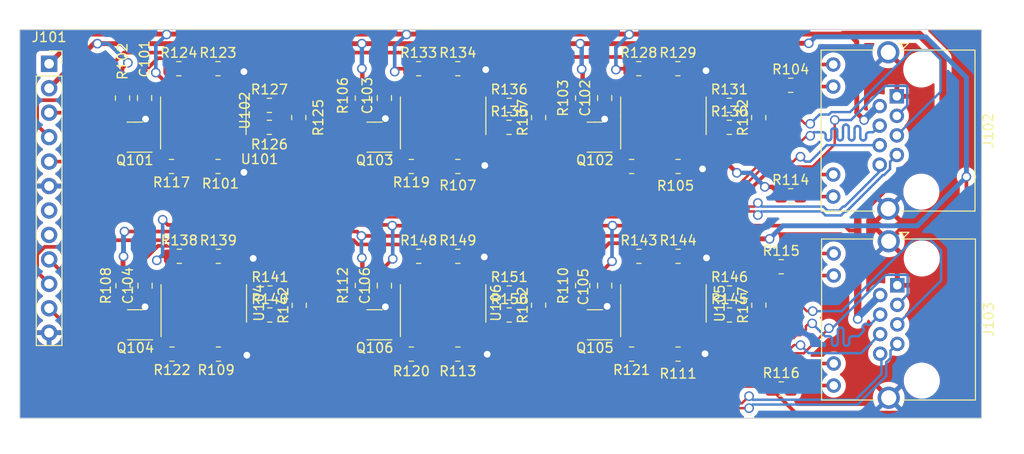
<source format=kicad_pcb>
(kicad_pcb (version 20221018) (generator pcbnew)
  (layers (0 "F.Cu" signal) (31 "B.Cu" signal) (34 "B.Paste" user) (35 "F.Paste" user) (36 "B.SilkS" user "B.Silkscreen") (37 "F.SilkS" user "F.Silkscreen") (38 "B.Mask" user) (39 "F.Mask" user) (44 "Edge.Cuts" user))
  (net 0 "")
  (net 1 "+5V")
  (net 2 "GND")
  (net 3 "+3V3")
  (net 4 "A1")
  (net 5 "B1")
  (net 6 "I1")
  (net 9 "A0")
  (net 10 "B0")
  (net 11 "I0")
  (net 12 "i1+")
  (net 13 "b1+")
  (net 14 "b1-")
  (net 15 "i1-")
  (net 16 "a1+")
  (net 17 "a1-")
  (net 18 "Net-(J102-Pad10)")
  (net 19 "Net-(J102-Pad12)")
  (net 20 "i0+")
  (net 21 "b0+")
  (net 22 "b0-")
  (net 23 "i0-")
  (net 24 "a0+")
  (net 25 "a0-")
  (net 26 "Net-(J103-Pad10)")
  (net 27 "Net-(J103-Pad12)")
  (net 28 "Net-(Q101-G)")
  (net 29 "Net-(Q102-G)")
  (net 30 "Net-(Q103-G)")
  (net 31 "Net-(Q104-G)")
  (net 32 "Net-(Q105-G)")
  (net 33 "Net-(Q106-G)")
  (net 34 "Net-(U101-DE)")
  (net 35 "Net-(U102-DE)")
  (net 36 "Net-(U103-DE)")
  (net 37 "Net-(U104-DE)")
  (net 38 "Net-(U105-DE)")
  (net 39 "Net-(U106-DE)")
  (net 40 "Net-(U101-RO)")
  (net 41 "Net-(U102-RO)")
  (net 42 "Net-(U103-RO)")
  (net 43 "Net-(U106-RO)")
  (net 44 "Net-(U105-RO)")
  (net 45 "Net-(U104-RO)")
  (net 82 "Net-(U101-B)")
  (net 83 "Net-(U101-A)")
  (net 84 "Net-(U102-A)")
  (net 85 "Net-(U102-B)")
  (net 86 "Net-(U103-A)")
  (net 87 "Net-(U103-B)")
  (net 88 "Net-(U104-A)")
  (net 89 "Net-(U104-B)")
  (net 90 "Net-(U105-A)")
  (net 91 "Net-(U105-B)")
  (net 92 "Net-(U106-A)")
  (net 93 "Net-(U106-B)")
  (footprint "Resistor_SMD:R_0805_2012Metric_Pad1.20x1.40mm_HandSolder" (layer "F.Cu") (at 126.492 94.931)
    (fp_text reference "R151")
    (fp_text value "10k")
  )
  (footprint "Capacitor_SMD:C_0805_2012Metric_Pad1.18x1.45mm_HandSolder" (layer "F.Cu") (at 136.398 94.169 -90)
    (fp_text reference "C105")
    (fp_text value "100nf")
  )
  (footprint "Resistor_SMD:R_0805_2012Metric_Pad1.20x1.40mm_HandSolder" (layer "F.Cu") (at 144.018 91.121)
    (fp_text reference "R144")
    (fp_text value "10k")
  )
  (footprint "Connector_RJ:RJ45_Amphenol_RJHSE538X" (layer "F.Cu") (at 166.72 74.496 -90)
    (fp_text reference "J102")
    (fp_text value "RJ45_LED_Shielded")
  )
  (footprint "Resistor_SMD:R_0805_2012Metric_Pad1.20x1.40mm_HandSolder" (layer "F.Cu") (at 139.192 81.788 180)
    (fp_text reference "R118" hide)
    (fp_text value "100")
  )
  (footprint "Resistor_SMD:R_0805_2012Metric_Pad1.20x1.40mm_HandSolder" (layer "F.Cu") (at 104.648 76.708 90)
    (fp_text reference "R125")
    (fp_text value "10k")
  )
  (footprint "Resistor_SMD:R_0805_2012Metric_Pad1.20x1.40mm_HandSolder" (layer "F.Cu") (at 101.6668 94.931)
    (fp_text reference "R141")
    (fp_text value "10k")
  )
  (footprint "Package_TO_SOT_SMD:SOT-23-3" (layer "F.Cu") (at 112.522 78.74 180)
    (fp_text reference "Q103")
    (fp_text value "Q_NMOS_GSD")
  )
  (footprint "Resistor_SMD:R_0805_2012Metric_Pad1.20x1.40mm_HandSolder" (layer "F.Cu") (at 149.352 97.217)
    (fp_text reference "R145")
    (fp_text value "10k")
  )
  (footprint "Resistor_SMD:R_0805_2012Metric_Pad1.20x1.40mm_HandSolder" (layer "F.Cu") (at 91.44 81.788 180)
    (fp_text reference "R117")
    (fp_text value "100")
  )
  (footprint "Resistor_SMD:R_0805_2012Metric_Pad1.20x1.40mm_HandSolder" (layer "F.Cu") (at 96.3168 101.281)
    (fp_text reference "R109")
    (fp_text value "10k")
  )
  (footprint "Package_TO_SOT_SMD:SOT-23-3" (layer "F.Cu") (at 87.63 78.74 180)
    (fp_text reference "Q101")
    (fp_text value "Q_NMOS_GSD")
  )
  (footprint "Resistor_SMD:R_0805_2012Metric_Pad1.20x1.40mm_HandSolder" (layer "F.Cu") (at 139.938 71.628)
    (fp_text reference "R128")
    (fp_text value "10k")
  )
  (footprint "Resistor_SMD:R_0805_2012Metric_Pad1.20x1.40mm_HandSolder" (layer "F.Cu") (at 92.2528 91.121)
    (fp_text reference "R138")
    (fp_text value "10k")
  )
  (footprint "Resistor_SMD:R_0805_2012Metric_Pad1.20x1.40mm_HandSolder" (layer "F.Cu") (at 111.252 94.153 -90)
    (fp_text reference "R112")
    (fp_text value "1k")
  )
  (footprint "Capacitor_SMD:C_0805_2012Metric_Pad1.18x1.45mm_HandSolder" (layer "F.Cu") (at 136.398 74.676 -90)
    (fp_text reference "C102")
    (fp_text value "100nf")
  )
  (footprint "Package_SO:SO-14_3.9x8.65mm_P1.27mm" (layer "F.Cu") (at 94.742 76.519 90)
    (fp_text reference "U101")
    (fp_text value "MAX489E")
  )
  (footprint "Resistor_SMD:R_0805_2012Metric_Pad1.20x1.40mm_HandSolder" (layer "F.Cu") (at 154.719 92.204)
    (fp_text reference "R115")
    (fp_text value "10k")
  )
  (footprint "Capacitor_SMD:C_0805_2012Metric_Pad1.18x1.45mm_HandSolder" (layer "F.Cu") (at 88.6968 94.169 -90)
    (fp_text reference "C104")
    (fp_text value "100nf")
  )
  (footprint "Resistor_SMD:R_0805_2012Metric_Pad1.20x1.40mm_HandSolder" (layer "F.Cu") (at 116.332 81.788 180)
    (fp_text reference "R119")
    (fp_text value "100")
  )
  (footprint "Resistor_SMD:R_0805_2012Metric_Pad1.20x1.40mm_HandSolder" (layer "F.Cu") (at 121.158 101.281)
    (fp_text reference "R113")
    (fp_text value "10k")
  )
  (footprint "Capacitor_SMD:C_0805_2012Metric_Pad1.18x1.45mm_HandSolder" (layer "F.Cu") (at 88.646 74.676 -90)
    (fp_text reference "C101")
    (fp_text value "100nf")
  )
  (footprint "Package_SO:SO-14_3.9x8.65mm_P1.27mm" (layer "F.Cu") (at 142.494 76.519 90)
    (fp_text reference "U102")
    (fp_text value "MAX489E")
  )
  (footprint "Resistor_SMD:R_0805_2012Metric_Pad1.20x1.40mm_HandSolder" (layer "F.Cu") (at 129.54 76.708 90)
    (fp_text reference "R137")
    (fp_text value "10k")
  )
  (footprint "Resistor_SMD:R_0805_2012Metric_Pad1.20x1.40mm_HandSolder" (layer "F.Cu") (at 152.384 76.708 90)
    (fp_text reference "R132")
    (fp_text value "10k")
  )
  (footprint "Resistor_SMD:R_0805_2012Metric_Pad1.20x1.40mm_HandSolder" (layer "F.Cu") (at 96.266 81.788)
    (fp_text reference "R101")
    (fp_text value "10k")
  )
  (footprint "Resistor_SMD:R_0805_2012Metric_Pad1.20x1.40mm_HandSolder" (layer "F.Cu") (at 121.158 81.788)
    (fp_text reference "R107")
    (fp_text value "10k")
  )
  (footprint "Resistor_SMD:R_0805_2012Metric_Pad1.20x1.40mm_HandSolder" (layer "F.Cu") (at 101.6508 97.217)
    (fp_text reference "R140")
    (fp_text value "10k")
  )
  (footprint "Resistor_SMD:R_0805_2012Metric_Pad1.20x1.40mm_HandSolder" (layer "F.Cu") (at 126.492 97.217)
    (fp_text reference "R150")
    (fp_text value "10k")
  )
  (footprint "Resistor_SMD:R_0805_2012Metric_Pad1.20x1.40mm_HandSolder" (layer "F.Cu") (at 91.4908 101.281 180)
    (fp_text reference "R122")
    (fp_text value "100")
  )
  (footprint "Package_TO_SOT_SMD:SOT-23-3" (layer "F.Cu") (at 112.522 98.233 180)
    (fp_text reference "Q106")
    (fp_text value "Q_NMOS_GSD")
  )
  (footprint "Resistor_SMD:R_0805_2012Metric_Pad1.20x1.40mm_HandSolder" (layer "F.Cu") (at 96.3008 91.121)
    (fp_text reference "R139")
    (fp_text value "10k")
  )
  (footprint "Resistor_SMD:R_0805_2012Metric_Pad1.20x1.40mm_HandSolder" (layer "F.Cu") (at 96.266 71.628)
    (fp_text reference "R123")
    (fp_text value "10k")
  )
  (footprint "Resistor_SMD:R_0805_2012Metric_Pad1.20x1.40mm_HandSolder" (layer "F.Cu") (at 149.336 77.724)
    (fp_text reference "R130")
    (fp_text value "10k")
  )
  (footprint "Resistor_SMD:R_0805_2012Metric_Pad1.20x1.40mm_HandSolder" (layer "F.Cu") (at 129.54 96.201 90)
    (fp_text reference "R152")
    (fp_text value "10k")
  )
  (footprint "Resistor_SMD:R_0805_2012Metric_Pad1.20x1.40mm_HandSolder" (layer "F.Cu") (at 116.332 101.281 180)
    (fp_text reference "R120")
    (fp_text value "100")
  )
  (footprint "Resistor_SMD:R_0805_2012Metric_Pad1.20x1.40mm_HandSolder" (layer "F.Cu") (at 144.018 81.788)
    (fp_text reference "R105")
    (fp_text value "10k")
  )
  (footprint "Resistor_SMD:R_0805_2012Metric_Pad1.20x1.40mm_HandSolder" (layer "F.Cu") (at 117.094 71.628)
    (fp_text reference "R133")
    (fp_text value "10k")
  )
  (footprint "Package_SO:SO-14_3.9x8.65mm_P1.27mm" (layer "F.Cu") (at 94.7928 96.012 90)
    (fp_text reference "U104")
    (fp_text value "MAX489E")
  )
  (footprint "Capacitor_SMD:C_0805_2012Metric_Pad1.18x1.45mm_HandSolder" (layer "F.Cu") (at 113.538 94.169 -90)
    (fp_text reference "C106")
    (fp_text value "100nf")
  )
  (footprint "Resistor_SMD:R_0805_2012Metric_Pad1.20x1.40mm_HandSolder" (layer "F.Cu") (at 126.492 75.438)
    (fp_text reference "R136")
    (fp_text value "10k")
  )
  (footprint "Resistor_SMD:R_0805_2012Metric_Pad1.20x1.40mm_HandSolder" (layer "F.Cu") (at 101.6 75.438)
    (fp_text reference "R127")
    (fp_text value "10k")
  )
  (footprint "Capacitor_SMD:C_0805_2012Metric_Pad1.18x1.45mm_HandSolder" (layer "F.Cu") (at 113.538 74.676 -90)
    (fp_text reference "C103")
    (fp_text value "100nf")
  )
  (footprint "Resistor_SMD:R_0805_2012Metric_Pad1.20x1.40mm_HandSolder" (layer "F.Cu") (at 117.094 91.121)
    (fp_text reference "R148")
    (fp_text value "10k")
  )
  (footprint "Resistor_SMD:R_0805_2012Metric_Pad1.20x1.40mm_HandSolder" (layer "F.Cu") (at 149.336 75.438)
    (fp_text reference "R131")
    (fp_text value "10k")
  )
  (footprint "Package_SO:SO-14_3.9x8.65mm_P1.27mm" (layer "F.Cu") (at 142.494 96.012 90)
    (fp_text reference "U105")
    (fp_text value "MAX489E")
  )
  (footprint "Resistor_SMD:R_0805_2012Metric_Pad1.20x1.40mm_HandSolder" (layer "F.Cu") (at 126.476 77.724)
    (fp_text reference "R135")
    (fp_text value "10k")
  )
  (footprint "Package_TO_SOT_SMD:SOT-23-3" (layer "F.Cu") (at 135.382 78.74 180)
    (fp_text reference "Q102")
    (fp_text value "Q_NMOS_GSD")
  )
  (footprint "Resistor_SMD:R_0805_2012Metric_Pad1.20x1.40mm_HandSolder" (layer "F.Cu") (at 149.352 94.931)
    (fp_text reference "R146")
    (fp_text value "10k")
  )
  (footprint "Connector_PinSocket_2.54mm:PinSocket_1x12_P2.54mm_Vertical" (layer "F.Cu") (at 78.74 71.12)
    (fp_text reference "J101")
    (fp_text value "Conn_01x12")
  )
  (footprint "Connector_RJ:RJ45_Amphenol_RJHSE538X" (layer "F.Cu") (at 166.769 94.1284 -90)
    (fp_text reference "J103")
    (fp_text value "RJ45_LED_Shielded")
  )
  (footprint "Package_SO:SO-14_3.9x8.65mm_P1.27mm" (layer "F.Cu") (at 119.634 96.012 90)
    (fp_text reference "U106")
    (fp_text value "MAX489E")
  )
  (footprint "Resistor_SMD:R_0805_2012Metric_Pad1.20x1.40mm_HandSolder" (layer "F.Cu") (at 152.4 96.201 90)
    (fp_text reference "R147")
    (fp_text value "10k")
  )
  (footprint "Resistor_SMD:R_0805_2012Metric_Pad1.20x1.40mm_HandSolder" (layer "F.Cu") (at 144.002 71.628)
    (fp_text reference "R129")
    (fp_text value "10k")
  )
  (footprint "Resistor_SMD:R_0805_2012Metric_Pad1.20x1.40mm_HandSolder" (layer "F.Cu") (at 154.719 104.902)
    (fp_text reference "R116")
    (fp_text value "10k")
  )
  (footprint "Package_SO:SO-14_3.9x8.65mm_P1.27mm" (layer "F.Cu") (at 119.634 76.519 90)
    (fp_text reference "U103" hide)
    (fp_text value "MAX489E")
  )
  (footprint "Resistor_SMD:R_0805_2012Metric_Pad1.20x1.40mm_HandSolder" (layer "F.Cu") (at 155.702 73.353)
    (fp_text reference "R104")
    (fp_text value "10k")
  )
  (footprint "Resistor_SMD:R_0805_2012Metric_Pad1.20x1.40mm_HandSolder" (layer "F.Cu") (at 111.252 74.676 -90)
    (fp_text reference "R106")
    (fp_text value "1k")
  )
  (footprint "Package_TO_SOT_SMD:SOT-23-3" (layer "F.Cu") (at 87.6808 98.233 180)
    (fp_text reference "Q104")
    (fp_text value "Q_NMOS_GSD")
  )
  (footprint "Resistor_SMD:R_0805_2012Metric_Pad1.20x1.40mm_HandSolder" (layer "F.Cu") (at 101.6 77.724)
    (fp_text reference "R126")
    (fp_text value "10k")
  )
  (footprint "Resistor_SMD:R_0805_2012Metric_Pad1.20x1.40mm_HandSolder" (layer "F.Cu") (at 134.112 94.169 -90)
    (fp_text reference "R110")
    (fp_text value "1k")
  )
  (footprint "Package_TO_SOT_SMD:SOT-23-3" (layer "F.Cu") (at 135.382 98.233 180)
    (fp_text reference "Q105")
    (fp_text value "Q_NMOS_GSD")
  )
  (footprint "Resistor_SMD:R_0805_2012Metric_Pad1.20x1.40mm_HandSolder" (layer "F.Cu") (at 121.158 91.121)
    (fp_text reference "R149")
    (fp_text value "10k")
  )
  (footprint "Resistor_SMD:R_0805_2012Metric_Pad1.20x1.40mm_HandSolder" (layer "F.Cu") (at 86.36 74.676 -90)
    (fp_text reference "R102")
    (fp_text value "1k")
  )
  (footprint "Resistor_SMD:R_0805_2012Metric_Pad1.20x1.40mm_HandSolder" (layer "F.Cu") (at 92.202 71.628)
    (fp_text reference "R124")
    (fp_text value "10k")
  )
  (footprint "Resistor_SMD:R_0805_2012Metric_Pad1.20x1.40mm_HandSolder" (layer "F.Cu") (at 121.158 71.628)
    (fp_text reference "R134")
    (fp_text value "10k")
  )
  (footprint "Resistor_SMD:R_0805_2012Metric_Pad1.20x1.40mm_HandSolder" (layer "F.Cu") (at 155.702 84.836)
    (fp_text reference "R114")
    (fp_text value "10k")
  )
  (footprint "Resistor_SMD:R_0805_2012Metric_Pad1.20x1.40mm_HandSolder" (layer "F.Cu") (at 86.4108 94.169 -90)
    (fp_text reference "R108")
    (fp_text value "1k")
  )
  (footprint "Resistor_SMD:R_0805_2012Metric_Pad1.20x1.40mm_HandSolder" (layer "F.Cu") (at 139.954 91.121)
    (fp_text reference "R143")
    (fp_text value "10k")
  )
  (footprint "Resistor_SMD:R_0805_2012Metric_Pad1.20x1.40mm_HandSolder" (layer "F.Cu") (at 104.6988 96.217 90)
    (fp_text reference "R142")
    (fp_text value "10k")
  )
  (footprint "Resistor_SMD:R_0805_2012Metric_Pad1.20x1.40mm_HandSolder" (layer "F.Cu") (at 139.192 101.281 180)
    (fp_text reference "R121")
    (fp_text value "100")
  )
  (footprint "Resistor_SMD:R_0805_2012Metric_Pad1.20x1.40mm_HandSolder" (layer "F.Cu") (at 134.112 74.676 -90)
    (fp_text reference "R103")
    (fp_text value "1k")
  )
  (footprint "Resistor_SMD:R_0805_2012Metric_Pad1.20x1.40mm_HandSolder" (layer "F.Cu") (at 144.018 101.281)
    (fp_text reference "R111")
    (fp_text value "10k")
  )
  (gr_rect locked (start 75.692 67.564) (end 175.514 107.95) (stroke (width 0.1)) (fill none) (layer "Edge.Cuts"))
  (segment (start 161.0985 68.0329) (end 161.1376 68.072) (width 0.508) (layer "F.Cu") (net 1))
  (segment (start 162.6616 97.6336) (end 162.6616 88.4428) (width 0.762) (layer "F.Cu") (net 1))
  (segment (start 137.2108 87.9348) (end 114.3508 87.9348) (width 0.381) (layer "F.Cu") (net 1))
  (segment (start 114.2736 87.8576) (end 91.058 87.8576) (width 0.381) (layer "F.Cu") (net 1))
  (segment (start 88.646 73.6385) (end 90.5265 73.6385) (width 0.381) (layer "F.Cu") (net 1))
  (segment (start 113.538 92.2528) (end 114.4016 91.3892) (width 0.381) (layer "F.Cu") (net 1))
  (segment (start 138.684 91.391) (end 138.954 91.121) (width 0.381) (layer "F.Cu") (net 1))
  (segment (start 171.516 79.182) (end 171.516 70.5256) (width 0.762) (layer "F.Cu") (net 1))
  (segment (start 138.684 74.044) (end 136.8035 74.044) (width 0.381) (layer "F.Cu") (net 1))
  (segment (start 90.9828 93.537) (end 89.1023 93.537) (width 0.381) (layer "F.Cu") (net 1))
  (segment (start 161.798 88.4428) (end 162.6616 88.4428) (width 0.381) (layer "F.Cu") (net 1))
  (segment (start 116.094 71.628) (end 114.9096 71.628) (width 0.381) (layer "F.Cu") (net 1))
  (segment (start 161.1376 68.072) (end 161.798 68.072) (width 0.508) (layer "F.Cu") (net 1))
  (segment (start 115.824 91.391) (end 116.094 91.121) (width 0.381) (layer "F.Cu") (net 1))
  (segment (start 91.058 87.8576) (end 90.5256 87.3252) (width 0.381) (layer "F.Cu") (net 1))
  (segment (start 169.507196 80.0608) (end 170.6372 80.0608) (width 0.762) (layer "F.Cu") (net 1))
  (segment (start 115.824 93.537) (end 115.824 91.391) (width 0.381) (layer "F.Cu") (net 1))
  (segment (start 169.0624 68.072) (end 161.1376 68.072) (width 0.762) (layer "F.Cu") (net 1))
  (segment (start 115.4185 93.1315) (end 115.824 93.537) (width 0.381) (layer "F.Cu") (net 1))
  (segment (start 78.74 71.12) (end 81.8271 68.0329) (width 0.508) (layer "F.Cu") (net 1))
  (segment (start 136.398 92.4052) (end 137.16 91.6432) (width 0.381) (layer "F.Cu") (net 1))
  (segment (start 90.3366 91.121) (end 89.916 91.5416) (width 0.381) (layer "F.Cu") (net 1))
  (segment (start 116.094 71.628) (end 116.094 73.774) (width 0.254) (layer "F.Cu") (net 1))
  (segment (start 90.9828 93.537) (end 90.9828 91.391) (width 0.381) (layer "F.Cu") (net 1))
  (segment (start 171.516 70.5256) (end 169.0624 68.072) (width 0.762) (layer "F.Cu") (net 1))
  (segment (start 138.684 71.882) (end 138.938 71.628) (width 0.381) (layer "F.Cu") (net 1))
  (segment (start 115.4185 73.6385) (end 115.824 74.044) (width 0.254) (layer "F.Cu") (net 1))
  (segment (start 162.6616 86.906396) (end 169.507196 80.0608) (width 0.762) (layer "F.Cu") (net 1))
  (segment (start 90.9828 91.391) (end 91.2528 91.121) (width 0.381) (layer "F.Cu") (net 1))
  (segment (start 137.668 71.628) (end 137.5664 71.7296) (width 0.381) (layer "F.Cu") (net 1))
  (segment (start 161.798 68.072) (end 162.56 68.834) (width 0.508) (layer "F.Cu") (net 1))
  (segment (start 113.538 73.6385) (end 115.4185 73.6385) (width 0.254) (layer "F.Cu") (net 1))
  (segment (start 138.938 71.628) (end 137.668 71.628) (width 0.381) (layer "F.Cu") (net 1))
  (segment (start 161.2509 87.8957) (end 161.798 88.4428) (width 0.381) (layer "F.Cu") (net 1))
  (segment (start 114.9096 71.628) (end 114.6048 71.9328) (width 0.381) (layer "F.Cu") (net 1))
  (segment (start 138.684 93.537) (end 138.684 91.391) (width 0.381) (layer "F.Cu") (net 1))
  (segment (start 136.8035 93.537) (end 136.398 93.1315) (width 0.381) (layer "F.Cu") (net 1))
  (segment (start 162.56 76.2) (end 163.322 76.962) (width 0.508) (layer "F.Cu") (net 1))
  (segment (start 90.932 71.898) (end 91.202 71.628) (width 0.381) (layer "F.Cu") (net 1))
  (segment (start 162.6616 86.906396) (end 162.6616 87.613596) (width 0.762) (layer "F.Cu") (net 1))
  (segment (start 90.932 74.044) (end 90.932 73.152) (width 0.381) (layer "F.Cu") (net 1))
  (segment (start 113.538 93.1315) (end 113.538 92.2528) (width 0.381) (layer "F.Cu") (net 1))
  (segment (start 89.1023 93.537) (end 88.6968 93.1315) (width 0.381) (layer "F.Cu") (net 1))
  (segment (start 116.094 73.774) (end 115.824 74.044) (width 0.254) (layer "F.Cu") (net 1))
  (segment (start 170.6372 80.0608) (end 171.516 79.182) (width 0.762) (layer "F.Cu") (net 1))
  (segment (start 162.340396 87.9348) (end 162.6616 87.613596) (width 0.381) (layer "F.Cu") (net 1))
  (segment (start 136.398 93.1315) (end 136.398 92.4052) (width 0.381) (layer "F.Cu") (net 1))
  (segment (start 162.6616 88.4428) (end 162.6616 87.613596) (width 0.762) (layer "F.Cu") (net 1))
  (segment (start 90.932 73.152) (end 89.8144 72.0344) (width 0.381) (layer "F.Cu") (net 1))
  (segment (start 114.3508 87.9348) (end 114.2736 87.8576) (width 0.381) (layer "F.Cu") (net 1))
  (segment (start 138.684 74.044) (end 138.684 71.882) (width 0.381) (layer "F.Cu") (net 1))
  (segment (start 90.5265 73.6385) (end 90.932 74.044) (width 0.381) (layer "F.Cu") (net 1))
  (segment (start 90.932 74.044) (end 90.932 71.898) (width 0.381) (layer "F.Cu") (net 1))
  (segment (start 138.684 93.537) (end 136.8035 93.537) (width 0.381) (layer "F.Cu") (net 1))
  (segment (start 113.538 93.1315) (end 115.4185 93.1315) (width 0.381) (layer "F.Cu") (net 1))
  (segment (start 81.8271 68.0329) (end 161.0985 68.0329) (width 0.508) (layer "F.Cu") (net 1))
  (segment (start 162.56 68.834) (end 162.56 76.2) (width 0.508) (layer "F.Cu") (net 1))
  (segment (start 136.8035 74.044) (end 136.398 73.6385) (width 0.381) (layer "F.Cu") (net 1))
  (segment (start 91.2528 91.121) (end 90.3366 91.121) (width 0.381) (layer "F.Cu") (net 1))
  (segment (start 137.2108 87.9348) (end 162.340396 87.9348) (width 0.381) (layer "F.Cu") (net 1))
  (via (at 89.916 91.5416) (size 1) (drill 0.7) (layers "F.Cu" "B.Cu") (net 1))
  (via (at 137.2108 87.9348) (size 1) (drill 0.7) (layers "F.Cu" "B.Cu") (net 1))
  (via (at 89.8144 72.0344) (size 1) (drill 0.7) (layers "F.Cu" "B.Cu") (net 1))
  (via (at 115.824 68.072) (size 1) (drill 0.7) (layers "F.Cu" "B.Cu") (net 1))
  (via (at 162.6616 97.6336) (size 1) (drill 0.7) (layers "F.Cu" "B.Cu") (net 1))
  (via (at 114.4016 91.3892) (size 1) (drill 0.7) (layers "F.Cu" "B.Cu") (net 1))
  (via (at 163.322 76.962) (size 1) (drill 0.7) (layers "F.Cu" "B.Cu") (net 1))
  (via (at 114.3508 87.9348) (size 1) (drill 0.7) (layers "F.Cu" "B.Cu") (net 1))
  (via (at 138.938 68.064) (size 1) (drill 0.7) (layers "F.Cu" "B.Cu") (net 1))
  (via (at 137.16 91.6432) (size 1) (drill 0.7) (layers "F.Cu" "B.Cu") (net 1))
  (via (at 114.6048 71.9328) (size 1) (drill 0.7) (layers "F.Cu" "B.Cu") (net 1))
  (via (at 90.932 68.072) (size 1) (drill 0.7) (layers "F.Cu" "B.Cu") (net 1))
  (via (at 137.5664 71.7296) (size 1) (drill 0.7) (layers "F.Cu" "B.Cu") (net 1))
  (via (at 90.5256 87.3252) (size 1) (drill 0.7) (layers "F.Cu" "B.Cu") (net 1))
  (segment (start 164.94 75.512) (end 164.772 75.512) (width 0.762) (layer "B.Cu") (net 1))
  (segment (start 137.16 87.9856) (end 137.2108 87.9348) (width 0.381) (layer "B.Cu") (net 1))
  (segment (start 114.4016 87.9856) (end 114.3508 87.9348) (width 0.381) (layer "B.Cu") (net 1))
  (segment (start 137.16 91.6432) (end 137.16 87.9856) (width 0.381) (layer "B.Cu") (net 1))
  (segment (start 162.6616 97.4718) (end 162.6616 97.6336) (width 0.762) (layer "B.Cu") (net 1))
  (segment (start 114.6048 69.2912) (end 115.824 68.072) (width 0.381) (layer "B.Cu") (net 1))
  (segment (start 164.772 75.512) (end 163.322 76.962) (width 0.762) (layer "B.Cu") (net 1))
  (segment (start 137.5664 69.4356) (end 138.938 68.064) (width 0.381) (layer "B.Cu") (net 1))
  (segment (start 137.5664 71.7296) (end 137.5664 69.4356) (width 0.381) (layer "B.Cu") (net 1))
  (segment (start 114.6048 71.9328) (end 114.6048 69.2912) (width 0.381) (layer "B.Cu") (net 1))
  (segment (start 89.8144 69.1896) (end 90.932 68.072) (width 0.381) (layer "B.Cu") (net 1))
  (segment (start 164.989 95.1444) (end 162.6616 97.4718) (width 0.762) (layer "B.Cu") (net 1))
  (segment (start 138.684 68.318) (end 138.938 68.064) (width 0.508) (layer "B.Cu") (net 1))
  (segment (start 89.916 91.5416) (end 90.5256 90.932) (width 0.381) (layer "B.Cu") (net 1))
  (segment (start 89.8144 72.0344) (end 89.8144 69.1896) (width 0.381) (layer "B.Cu") (net 1))
  (segment (start 114.4016 91.3892) (end 114.4016 87.9856) (width 0.381) (layer "B.Cu") (net 1))
  (segment (start 90.5256 90.932) (end 90.5256 87.3252) (width 0.381) (layer "B.Cu") (net 1))
  (segment (start 113.6595 77.79) (end 113.6595 76.8295) (width 0.254) (layer "F.Cu") (net 2))
  (segment (start 88.7476 76.8604) (end 88.7476 77.7701) (width 0.381) (layer "F.Cu") (net 2))
  (segment (start 122.174 78.994) (end 122.158 79.01) (width 0.254) (layer "F.Cu") (net 2))
  (segment (start 145.018 81.788) (end 146.304 81.788) (width 0.381) (layer "F.Cu") (net 2))
  (segment (start 145.018 101.281) (end 146.7754 101.281) (width 0.381) (layer "F.Cu") (net 2))
  (segment (start 136.652 97.1505) (end 136.5195 97.283) (width 0.381) (layer "F.Cu") (net 2))
  (segment (start 146.7104 71.628) (end 146.9136 71.8312) (width 0.381) (layer "F.Cu") (net 2))
  (segment (start 122.158 79.01) (end 122.158 81.788) (width 0.254) (layer "F.Cu") (net 2))
  (segment (start 88.7476 77.7701) (end 88.7675 77.79) (width 0.381) (layer "F.Cu") (net 2))
  (segment (start 146.7978 91.121) (end 146.9644 91.2876) (width 0.381) (layer "F.Cu") (net 2))
  (segment (start 98.6536 71.628) (end 98.9584 71.9328) (width 0.381) (layer "F.Cu") (net 2))
  (segment (start 88.6968 97.1615) (end 88.8183 97.283) (width 0.381) (layer "F.Cu") (net 2))
  (segment (start 113.6595 75.835) (end 113.538 75.7135) (width 0.254) (layer "F.Cu") (net 2))
  (segment (start 136.398 76.8604) (end 136.398 77.6685) (width 0.381) (layer "F.Cu") (net 2))
  (segment (start 136.398 77.6685) (end 136.5195 77.79) (width 0.381) (layer "F.Cu") (net 2))
  (segment (start 123.8504 81.788) (end 123.952 81.6864) (width 0.381) (layer "F.Cu") (net 2))
  (segment (start 88.6968 96.3676) (end 88.6968 95.2065) (width 0.381) (layer "F.Cu") (net 2))
  (segment (start 97.266 71.628) (end 98.6536 71.628) (width 0.381) (layer "F.Cu") (net 2))
  (segment (start 146.7754 101.281) (end 146.812 101.2444) (width 0.381) (layer "F.Cu") (net 2))
  (segment (start 88.646 76.7588) (end 88.7476 76.8604) (width 0.381) (layer "F.Cu") (net 2))
  (segment (start 113.6396 76.8096) (end 113.6595 76.7897) (width 0.254) (layer "F.Cu") (net 2))
  (segment (start 113.6595 76.8295) (end 113.6396 76.8096) (width 0.254) (layer "F.Cu") (net 2))
  (segment (start 123.444 78.994) (end 122.174 78.994) (width 0.254) (layer "F.Cu") (net 2))
  (segment (start 122.158 81.788) (end 123.8504 81.788) (width 0.381) (layer "F.Cu") (net 2))
  (segment (start 113.538 95.2065) (end 113.538 96.266) (width 0.381) (layer "F.Cu") (net 2))
  (segment (start 136.398 95.2065) (end 136.398 96.0628) (width 0.381) (layer "F.Cu") (net 2))
  (segment (start 113.538 96.266) (end 113.6396 96.3676) (width 0.381) (layer "F.Cu") (net 2))
  (segment (start 113.6396 97.2631) (end 113.6595 97.283) (width 0.381) (layer "F.Cu") (net 2))
  (segment (start 146.304 81.788) (end 146.558 82.042) (width 0.381) (layer "F.Cu") (net 2))
  (segment (start 113.6595 76.7897) (end 113.6595 75.835) (width 0.254) (layer "F.Cu") (net 2))
  (segment (start 88.6968 96.3676) (end 88.6968 97.1615) (width 0.381) (layer "F.Cu") (net 2))
  (segment (start 98.3488 81.788) (end 98.9584 82.3976) (width 0.381) (layer "F.Cu") (net 2))
  (segment (start 136.652 96.3168) (end 136.652 97.1505) (width 0.381) (layer "F.Cu") (net 2))
  (segment (start 145.018 91.121) (end 146.7978 91.121) (width 0.381) (layer "F.Cu") (net 2))
  (segment (start 136.398 96.0628) (end 136.652 96.3168) (width 0.381) (layer "F.Cu") (net 2))
  (segment (start 136.398 75.7135) (end 136.398 76.8604) (width 0.381) (layer "F.Cu") (net 2))
  (segment (start 88.646 75.7135) (end 88.646 76.7588) (width 0.381) (layer "F.Cu") (net 2))
  (segment (start 123.952 71.628) (end 124.0536 71.7296) (width 0.381) (layer "F.Cu") (net 2))
  (segment (start 145.002 71.628) (end 146.7104 71.628) (width 0.381) (layer "F.Cu") (net 2))
  (segment (start 122.158 71.628) (end 123.952 71.628) (width 0.381) (layer "F.Cu") (net 2))
  (segment (start 113.6396 96.3676) (end 113.6396 97.2631) (width 0.381) (layer "F.Cu") (net 2))
  (segment (start 97.266 81.788) (end 98.3488 81.788) (width 0.381) (layer "F.Cu") (net 2))
  (via (at 146.9644 91.2876) (size 1) (drill 0.7) (layers "F.Cu" "B.Cu") (net 2))
  (via (at 146.812 101.2444) (size 1) (drill 0.7) (layers "F.Cu" "B.Cu") (net 2))
  (via (at 88.7476 76.8604) (size 1) (drill 0.7) (layers "F.Cu" "B.Cu") (net 2))
  (via (at 113.6396 96.3676) (size 1) (drill 0.7) (layers "F.Cu" "B.Cu") (net 2))
  (via (at 88.6968 96.3676) (size 1) (drill 0.7) (layers "F.Cu" "B.Cu") (net 2))
  (via (at 124.0536 71.7296) (size 1) (drill 0.7) (layers "F.Cu" "B.Cu") (net 2))
  (via (at 98.9584 82.3976) (size 1) (drill 0.7) (layers "F.Cu" "B.Cu") (net 2))
  (via (at 113.6396 76.8096) (size 1) (drill 0.7) (layers "F.Cu" "B.Cu") (net 2))
  (via (at 99.2632 101.3968) (size 1) (drill 0.7) (layers "F.Cu" "B.Cu") (net 2))
  (via (at 123.952 81.6864) (size 1) (drill 0.7) (layers "F.Cu" "B.Cu") (net 2))
  (via (at 136.652 96.3168) (size 1) (drill 0.7) (layers "F.Cu" "B.Cu") (net 2))
  (via (at 98.9584 71.9328) (size 1) (drill 0.7) (layers "F.Cu" "B.Cu") (net 2))
  (via (at 136.398 76.8604) (size 1) (drill 0.7) (layers "F.Cu" "B.Cu") (net 2))
  (via (at 123.9012 91.186) (size 1) (drill 0.7) (layers "F.Cu" "B.Cu") (net 2))
  (via (at 146.9136 71.8312) (size 1) (drill 0.7) (layers "F.Cu" "B.Cu") (net 2))
  (via (at 99.9236 91.3384) (size 1) (drill 0.7) (layers "F.Cu" "B.Cu") (net 2))
  (via (at 146.558 82.042) (size 1) (drill 0.7) (layers "F.Cu" "B.Cu") (net 2))
  (via (at 124.206 101.2952) (size 1) (drill 0.7) (layers "F.Cu" "B.Cu") (net 2))
  (segment (start 153.5176 89.3064) (end 150.876 89.3064) (width 0.508) (layer "F.Cu") (net 3))
  (segment (start 153.719 92.1494) (end 151.13 89.5604) (width 0.381) (layer "F.Cu") (net 3))
  (segment (start 86.36 73.676) (end 86.344 73.66) (width 0.381) (layer "F.Cu") (net 3))
  (segment (start 135.684715 74.6974) (end 137.4354 74.6974) (width 0.4572) (layer "F.Cu") (net 3))
  (segment (start 168.909558 107.3589) (end 172.212 104.056458) (width 0.381) (layer "F.Cu") (net 3))
  (segment (start 86.36 73.676) (end 86.36 71.5772) (width 0.381) (layer "F.Cu") (net 3))
  (segment (start 147.3074 79.6418) (end 150.114 82.4484) (width 0.4572) (layer "F.Cu") (net 3))
  (segment (start 86.5632 88.5444) (end 109.2708 88.5444) (width 0.381) (layer "F.Cu") (net 3))
  (segment (start 134.112 93.169) (end 129.9446 89.0016) (width 0.381) (layer "F.Cu") (net 3))
  (segment (start 172.212 101.6) (end 173.9392 99.8728) (width 0.381) (layer "F.Cu") (net 3))
  (segment (start 173.9392 99.8728) (end 173.9392 82.8548) (width 0.381) (layer "F.Cu") (net 3))
  (segment (start 134.112 73.676) (end 134.663315 73.676) (width 0.4572) (layer "F.Cu") (net 3))
  (segment (start 147.3074 78.204136) (end 147.3074 79.6418) (width 0.4572) (layer "F.Cu") (net 3))
  (segment (start 111.252 91.3384) (end 111.2012 91.2876) (width 0.4572) (layer "F.Cu") (net 3))
  (segment (start 140.3284 77.5904) (end 146.693664 77.5904) (width 0.4572) (layer "F.Cu") (net 3))
  (segment (start 109.2708 88.5444) (end 110.6932 88.5444) (width 0.381) (layer "F.Cu") (net 3))
  (segment (start 151.13 89.5604) (end 150.876 89.3064) (width 0.381) (layer "F.Cu") (net 3))
  (segment (start 134.112 73.676) (end 134.112 71.7804) (width 0.4572) (layer "F.Cu") (net 3))
  (segment locked (start 83.566 68.834) (end 83.758 69.026) (width 0.508) (layer "F.Cu") (net 3))
  (segment (start 150.5712 89.0016) (end 151.13 89.5604) (width 0.381) (layer "F.Cu") (net 3))
  (segment (start 153.771411 83.905411) (end 153.014441 83.905411) (width 0.4572) (layer "F.Cu") (net 3))
  (segment (start 127.4064 89.0016) (end 128.9304 89.0016) (width 0.381) (layer "F.Cu") (net 3))
  (segment (start 129.9446 89.0016) (end 150.5712 89.0016) (width 0.381) (layer "F.Cu") (net 3))
  (segment (start 129.9446 89.0016) (end 127.4064 89.0016) (width 0.381) (layer "F.Cu") (net 3))
  (segment (start 153.719 104.902) (end 156.1759 107.3589) (width 0.381) (layer "F.Cu") (net 3))
  (segment (start 110.6932 88.5444) (end 111.1504 89.0016) (width 0.381) (layer "F.Cu") (net 3))
  (segment (start 86.4108 93.169) (end 86.4108 91.186) (width 0.508) (layer "F.Cu") (net 3))
  (segment (start 134.112 71.7804) (end 134.0104 71.6788) (width 0.4572) (layer "F.Cu") (net 3))
  (segment (start 153.67 69.026) (end 153.7096 68.9864) (width 0.508) (layer "F.Cu") (net 3))
  (segment (start 128.9304 89.0016) (end 129.9446 89.0016) (width 0.381) (layer "F.Cu") (net 3))
  (segment (start 154.702 84.836) (end 153.771411 83.905411) (width 0.4572) (layer "F.Cu") (net 3))
  (segment (start 146.693664 77.5904) (end 147.3074 78.204136) (width 0.4572) (layer "F.Cu") (net 3))
  (segment (start 150.876 89.3064) (end 150.622 89.0524) (width 0.381) (layer "F.Cu") (net 3))
  (segment (start 111.1504 89.0016) (end 127.4064 89.0016) (width 0.381) (layer "F.Cu") (net 3))
  (segment (start 111.252 71.6788) (end 111.2012 71.628) (width 0.4572) (layer "F.Cu") (net 3))
  (segment (start 86.36 71.5772) (end 86.9188 71.0184) (width 0.381) (layer "F.Cu") (net 3))
  (segment locked (start 78.74 73.66) (end 83.566 68.834) (width 0.508) (layer "F.Cu") (net 3))
  (segment (start 86.4108 91.186) (end 86.4616 91.1352) (width 0.508) (layer "F.Cu") (net 3))
  (segment (start 137.4354 74.6974) (end 140.3284 77.5904) (width 0.4572) (layer "F.Cu") (net 3))
  (segment (start 111.252 93.153) (end 111.252 91.3384) (width 0.4572) (layer "F.Cu") (net 3))
  (segment (start 134.663315 73.676) (end 135.684715 74.6974) (width 0.4572) (layer "F.Cu") (net 3))
  (segment (start 156.1759 107.3589) (end 168.909558 107.3589) (width 0.381) (layer "F.Cu") (net 3))
  (segment (start 111.252 73.676) (end 111.252 71.6788) (width 0.4572) (layer "F.Cu") (net 3))
  (segment (start 83.758 69.026) (end 153.67 69.026) (width 0.508) (layer "F.Cu") (net 3))
  (segment (start 154.702 73.353) (end 154.702 70.058) (width 0.508) (layer "F.Cu") (net 3))
  (segment (start 153.719 92.204) (end 153.719 92.1494) (width 0.381) (layer "F.Cu") (net 3))
  (segment (start 154.702 70.058) (end 153.67 69.026) (width 0.508) (layer "F.Cu") (net 3))
  (segment (start 153.7096 68.9864) (end 157.5816 68.9864) (width 0.508) (layer "F.Cu") (net 3))
  (segment (start 172.212 104.056458) (end 172.212 101.6) (width 0.381) (layer "F.Cu") (net 3))
  (via (at 134.0104 71.6788) (size 1) (drill 0.7) (layers "F.Cu" "B.Cu") (net 3))
  (via (at 111.1504 89.0016) (size 1) (drill 0.7) (layers "F.Cu" "B.Cu") (net 3))
  (via (at 153.5176 89.3064) (size 1) (drill 0.7) (layers "F.Cu" "B.Cu") (net 3))
  (via (at 111.2012 71.628) (size 1) (drill 0.7) (layers "F.Cu" "B.Cu") (net 3))
  (via (at 86.5632 88.5444) (size 1) (drill 0.7) (layers "F.Cu" "B.Cu") (net 3))
  (via (at 111.2012 69.026) (size 1) (drill 0.7) (layers "F.Cu" "B.Cu") (net 3))
  (via (at 133.858 69.026) (size 1) (drill 0.7) (layers "F.Cu" "B.Cu") (net 3))
  (via (at 111.2012 91.2876) (size 1) (drill 0.7) (layers "F.Cu" "B.Cu") (net 3))
  (via (at 173.9392 82.8548) (size 1) (drill 0.7) (layers "F.Cu" "B.Cu") (net 3))
  (via (at 153.014441 83.905411) (size 1) (drill 0.7) (layers "F.Cu" "B.Cu") (net 3))
  (via (at 86.9188 71.0184) (size 1) (drill 0.7) (layers "F.Cu" "B.Cu") (net 3))
  (via (at 150.114 82.4484) (size 1) (drill 0.7) (layers "F.Cu" "B.Cu") (net 3))
  (via (at 157.5816 68.9864) (size 1) (drill 0.7) (layers "F.Cu" "B.Cu") (net 3))
  (via (at 83.758 69.026) (size 1) (drill 0.7) (layers "F.Cu" "B.Cu") (net 3))
  (via (at 86.4616 91.1352) (size 1) (drill 0.7) (layers "F.Cu" "B.Cu") (net 3))
  (segment (start 134.0104 71.6788) (end 134.0104 69.1784) (width 0.4572) (layer "B.Cu") (net 3))
  (segment (start 151.55743 82.4484) (end 153.014441 83.905411) (width 0.4572) (layer "B.Cu") (net 3))
  (segment (start 158.246 68.322) (end 169.727658 68.322) (width 0.508) (layer "B.Cu") (net 3))
  (segment (start 169.727658 68.322) (end 173.9392 72.533542) (width 0.508) (layer "B.Cu") (net 3))
  (segment (start 86.4616 91.1352) (end 86.4616 88.646) (width 0.508) (layer "B.Cu") (net 3))
  (segment (start 111.1504 89.0016) (end 111.1504 91.2368) (width 0.381) (layer "B.Cu") (net 3))
  (segment (start 173.9392 82.8548) (end 168.8396 87.9544) (width 0.508) (layer "B.Cu") (net 3))
  (segment (start 173.9392 72.533542) (end 173.9392 82.8548) (width 0.508) (layer "B.Cu") (net 3))
  (segment (start 154.8696 87.9544) (end 153.5176 89.3064) (width 0.508) (layer "B.Cu") (net 3))
  (segment (start 86.9188 71.0184) (end 84.9264 69.026) (width 0.381) (layer "B.Cu") (net 3))
  (segment (start 157.5816 68.9864) (end 158.246 68.322) (width 0.508) (layer "B.Cu") (net 3))
  (segment (start 84.9264 69.026) (end 83.758 69.026) (width 0.381) (layer "B.Cu") (net 3))
  (segment (start 86.4616 88.646) (end 86.5632 88.5444) (width 0.508) (layer "B.Cu") (net 3))
  (segment (start 168.8396 87.9544) (end 154.8696 87.9544) (width 0.508) (layer "B.Cu") (net 3))
  (segment (start 111.1504 91.2368) (end 111.2012 91.2876) (width 0.381) (layer "B.Cu") (net 3))
  (segment (start 111.2012 71.628) (end 111.2012 69.026) (width 0.4572) (layer "B.Cu") (net 3))
  (segment (start 150.114 82.4484) (end 151.55743 82.4484) (width 0.4572) (layer "B.Cu") (net 3))
  (segment (start 134.0104 69.1784) (end 133.858 69.026) (width 0.4572) (layer "B.Cu") (net 3))
  (segment (start 86.4925 75.8085) (end 86.36 75.676) (width 0.381) (layer "F.Cu") (net 4))
  (segment (start 86.4925 78.74) (end 86.4925 75.8085) (width 0.381) (layer "F.Cu") (net 4))
  (segment (start 86.36 75.676) (end 85.836 76.2) (width 0.381) (layer "F.Cu") (net 4))
  (segment (start 85.836 76.2) (end 78.74 76.2) (width 0.381) (layer "F.Cu") (net 4))
  (segment (start 155.6925 72.637696) (end 155.6925 74.068304) (width 0.381) (layer "F.Cu") (net 5))
  (segment (start 77.4995 75.130832) (end 77.729832 74.9005) (width 0.381) (layer "F.Cu") (net 5))
  (segment (start 128.392999 69.956999) (end 134.112 75.676) (width 0.381) (layer "F.Cu") (net 5))
  (segment (start 155.6925 74.068304) (end 155.317304 74.4435) (width 0.381) (layer "F.Cu") (net 5))
  (segment (start 134.112 78.6075) (end 134.2445 78.74) (width 0.381) (layer "F.Cu") (net 5))
  (segment (start 86.507001 69.956999) (end 128.392999 69.956999) (width 0.381) (layer "F.Cu") (net 5))
  (segment (start 160.12 71.196) (end 157.134196 71.196) (width 0.381) (layer "F.Cu") (net 5))
  (segment (start 157.134196 71.196) (end 155.6925 72.637696) (width 0.381) (layer "F.Cu") (net 5))
  (segment (start 128.8448 70.4088) (end 128.392999 69.956999) (width 0.381) (layer "F.Cu") (net 5))
  (segment (start 152.2183 74.4435) (end 148.1836 70.4088) (width 0.381) (layer "F.Cu") (net 5))
  (segment (start 81.5635 74.9005) (end 86.507001 69.956999) (width 0.381) (layer "F.Cu") (net 5))
  (segment (start 77.729832 74.9005) (end 81.5635 74.9005) (width 0.381) (layer "F.Cu") (net 5))
  (segment (start 148.1836 70.4088) (end 128.8448 70.4088) (width 0.381) (layer "F.Cu") (net 5))
  (segment (start 77.4995 77.4995) (end 77.4995 75.130832) (width 0.381) (layer "F.Cu") (net 5))
  (segment (start 155.317304 74.4435) (end 152.2183 74.4435) (width 0.381) (layer "F.Cu") (net 5))
  (segment (start 134.112 75.676) (end 134.112 78.6075) (width 0.381) (layer "F.Cu") (net 5))
  (segment (start 78.74 78.74) (end 77.4995 77.4995) (width 0.381) (layer "F.Cu") (net 5))
  (segment (start 90.028696 70.5375) (end 106.1135 70.5375) (width 0.381) (layer "F.Cu") (net 6))
  (segment (start 87.905696 74.6165) (end 87.5305 74.241304) (width 0.381) (layer "F.Cu") (net 6))
  (segment (start 89.1485 78.9995) (end 90.563142 77.584858) (width 0.381) (layer "F.Cu") (net 6))
  (segment (start 150.876 84.7852) (end 153.0352 82.626) (width 0.381) (layer "F.Cu") (net 6))
  (segment (start 130.2004 84.4804) (end 130.5052 84.7852) (width 0.381) (layer "F.Cu") (net 6))
  (segment (start 111.3845 75.8085) (end 111.3845 78.74) (width 0.254) (layer "F.Cu") (net 6))
  (segment (start 87.5305 74.241304) (end 87.5305 73.035696) (width 0.381) (layer "F.Cu") (net 6))
  (segment (start 85.750618 81.28) (end 88.031118 78.9995) (width 0.381) (layer "F.Cu") (net 6))
  (segment (start 90.563142 77.584858) (end 90.563142 75.793338) (width 0.381) (layer "F.Cu") (net 6))
  (segment (start 88.031118 78.9995) (end 89.1485 78.9995) (width 0.381) (layer "F.Cu") (net 6))
  (segment locked (start 106.1135 70.5375) (end 111.252 75.676) (width 0.381) (layer "F.Cu") (net 6))
  (segment (start 111.3845 78.74) (end 111.3845 79.546304) (width 0.381) (layer "F.Cu") (net 6))
  (segment (start 130.5052 84.7852) (end 150.876 84.7852) (width 0.381) (layer "F.Cu") (net 6))
  (segment (start 111.252 75.676) (end 111.3845 75.8085) (width 0.254) (layer "F.Cu") (net 6))
  (segment (start 87.5305 73.035696) (end 90.028696 70.5375) (width 0.381) (layer "F.Cu") (net 6))
  (segment (start 78.74 81.28) (end 85.750618 81.28) (width 0.381) (layer "F.Cu") (net 6))
  (segment (start 111.3845 79.546304) (end 116.318596 84.4804) (width 0.381) (layer "F.Cu") (net 6))
  (segment (start 116.318596 84.4804) (end 130.2004 84.4804) (width 0.381) (layer "F.Cu") (net 6))
  (segment (start 90.563142 75.793338) (end 89.386304 74.6165) (width 0.381) (layer "F.Cu") (net 6))
  (segment (start 89.386304 74.6165) (end 87.905696 74.6165) (width 0.381) (layer "F.Cu") (net 6))
  (segment (start 153.0352 82.626) (end 160.12 82.626) (width 0.381) (layer "F.Cu") (net 6))
  (segment (start 86.4108 95.169) (end 86.4108 98.1005) (width 0.381) (layer "F.Cu") (net 9))
  (segment (start 86.4108 95.169) (end 82.469 95.169) (width 0.381) (layer "F.Cu") (net 9))
  (segment (start 86.4108 98.1005) (end 86.5433 98.233) (width 0.381) (layer "F.Cu") (net 9))
  (segment (start 82.469 95.169) (end 78.74 91.44) (width 0.381) (layer "F.Cu") (net 9))
  (segment (start 154.7095 92.919304) (end 154.334304 93.2945) (width 0.381) (layer "F.Cu") (net 10))
  (segment (start 134.2445 98.233) (end 134.2445 95.3015) (width 0.381) (layer "F.Cu") (net 10))
  (segment (start 77.4995 90.926168) (end 78.285667 90.140001) (width 0.381) (layer "F.Cu") (net 10))
  (segment (start 110.340148 89.449999) (end 110.781749 89.8916) (width 0.381) (layer "F.Cu") (net 10))
  (segment (start 149.2504 89.7636) (end 149.7076 90.2208) (width 0.381) (layer "F.Cu") (net 10))
  (segment (start 152.7813 93.2945) (end 149.7076 90.2208) (width 0.381) (layer "F.Cu") (net 10))
  (segment (start 134.112 95.169) (end 135.2825 93.9985) (width 0.381) (layer "F.Cu") (net 10))
  (segment (start 128.8346 89.8916) (end 134.112 95.169) (width 0.381) (layer "F.Cu") (net 10))
  (segment (start 82.376799 90.140001) (end 83.066801 89.449999) (width 0.381) (layer "F.Cu") (net 10))
  (segment (start 77.4995 92.7395) (end 77.4995 90.926168) (width 0.381) (layer "F.Cu") (net 10))
  (segment (start 134.2445 95.3015) (end 134.112 95.169) (width 0.381) (layer "F.Cu") (net 10))
  (segment (start 155.388796 90.8284) (end 154.7095 91.507696) (width 0.381) (layer "F.Cu") (net 10))
  (segment (start 78.285667 90.140001) (end 82.376799 90.140001) (width 0.381) (layer "F.Cu") (net 10))
  (segment (start 154.7095 91.507696) (end 154.7095 92.919304) (width 0.381) (layer "F.Cu") (net 10))
  (segment (start 135.2825 91.3363) (end 136.8552 89.7636) (width 0.381) (layer "F.Cu") (net 10))
  (segment (start 154.334304 93.2945) (end 152.7813 93.2945) (width 0.381) (layer "F.Cu") (net 10))
  (segment (start 160.169 90.8284) (end 155.388796 90.8284) (width 0.381) (layer "F.Cu") (net 10))
  (segment (start 136.8552 89.7636) (end 149.2504 89.7636) (width 0.381) (layer "F.Cu") (net 10))
  (segment (start 110.781749 89.8916) (end 128.8346 89.8916) (width 0.381) (layer "F.Cu") (net 10))
  (segment (start 78.74 93.98) (end 77.4995 92.7395) (width 0.381) (layer "F.Cu") (net 10))
  (segment (start 135.2825 93.9985) (end 135.2825 91.3363) (width 0.381) (layer "F.Cu") (net 10))
  (segment (start 83.066801 89.449999) (end 110.340148 89.449999) (width 0.381) (layer "F.Cu") (net 10))
  (segment (start 88.5954 97.9735) (end 89.554682 97.9735) (width 0.381) (layer "F.Cu") (net 11))
  (segment (start 78.74 96.52) (end 81.1784 98.9584) (width 0.381) (layer "F.Cu") (net 11))
  (segment (start 106.1295 90.0305) (end 111.252 95.153) (width 0.381) (layer "F.Cu") (net 11))
  (segment (start 89.554682 97.9735) (end 89.8713 97.656882) (width 0.381) (layer "F.Cu") (net 11))
  (segment (start 89.8713 97.656882) (end 89.8713 94.662696) (width 0.381) (layer "F.Cu") (net 11))
  (segment (start 89.8713 94.662696) (end 89.437104 94.2285) (width 0.381) (layer "F.Cu") (net 11))
  (segment (start 114.9604 104.5972) (end 111.3845 101.0213) (width 0.381) (layer "F.Cu") (net 11))
  (segment (start 87.5013 92.5847) (end 90.0555 90.0305) (width 0.381) (layer "F.Cu") (net 11))
  (segment (start 88.075496 94.2285) (end 87.5013 93.654304) (width 0.381) (layer "F.Cu") (net 11))
  (segment (start 87.5013 93.654304) (end 87.5013 92.5847) (width 0.381) (layer "F.Cu") (net 11))
  (segment (start 111.252 98.1005) (end 111.3845 98.233) (width 0.381) (layer "F.Cu") (net 11))
  (segment (start 111.252 95.153) (end 111.252 98.1005) (width 0.381) (layer "F.Cu") (net 11))
  (segment (start 151.9936 104.5972) (end 114.9604 104.5972) (width 0.381) (layer "F.Cu") (net 11))
  (segment (start 87.6105 98.9584) (end 88.5954 97.9735) (width 0.381) (layer "F.Cu") (net 11))
  (segment (start 154.3324 102.2584) (end 160.169 102.2584) (width 0.381) (layer "F.Cu") (net 11))
  (segment (start 151.9936 104.5972) (end 154.3324 102.2584) (width 0.381) (layer "F.Cu") (net 11))
  (segment (start 111.3845 101.0213) (end 111.3845 98.233) (width 0.381) (layer "F.Cu") (net 11))
  (segment (start 81.1784 98.9584) (end 87.6105 98.9584) (width 0.381) (layer "F.Cu") (net 11))
  (segment (start 90.0555 90.0305) (end 106.1295 90.0305) (width 0.381) (layer "F.Cu") (net 11))
  (segment (start 89.437104 94.2285) (end 88.075496 94.2285) (width 0.381) (layer "F.Cu") (net 11))
  (segment (start 127.492 77.708) (end 127.476 77.724) (width 0.254) (layer "F.Cu") (net 12))
  (segment (start 133.491848 84.2244) (end 129.54 80.272552) (width 0.254) (layer "F.Cu") (net 12))
  (segment (start 150.472382 84.2244) (end 133.491848 84.2244) (width 0.254) (layer "F.Cu") (net 12))
  (segment (start 152.908782 81.788) (end 150.472382 84.2244) (width 0.254) (layer "F.Cu") (net 12))
  (segment (start 160.274 76.962) (end 160.274 79.502) (width 0.254) (layer "F.Cu") (net 12))
  (segment (start 129.54 80.272552) (end 129.54 77.708) (width 0.254) (layer "F.Cu") (net 12))
  (segment (start 129.54 77.708) (end 127.492 77.708) (width 0.254) (layer "F.Cu") (net 12))
  (segment (start 157.988 81.788) (end 152.908782 81.788) (width 0.254) (layer "F.Cu") (net 12))
  (segment (start 160.274 79.502) (end 157.988 81.788) (width 0.254) (layer "F.Cu") (net 12))
  (via (at 160.274 76.962) (size 1) (drill 0.7) (layers "F.Cu" "B.Cu") (net 12))
  (segment (start 161.966891 76.962) (end 160.274 76.962) (width 0.254) (layer "B.Cu") (net 12))
  (segment (start 167.797 75.451) (end 167.797 73.419) (width 0.254) (layer "B.Cu") (net 12))
  (segment (start 166.72 76.528) (end 167.797 75.451) (width 0.254) (layer "B.Cu") (net 12))
  (segment (start 165.509891 73.419) (end 161.966891 76.962) (width 0.254) (layer "B.Cu") (net 12))
  (segment (start 167.797 73.419) (end 165.509891 73.419) (width 0.254) (layer "B.Cu") (net 12))
  (segment (start 155.956 78.74) (end 153.67 78.74) (width 0.254) (layer "F.Cu") (net 13))
  (segment (start 155.448 78.232) (end 155.448 77.724) (width 0.254) (layer "F.Cu") (net 13))
  (segment (start 150.352 77.708) (end 150.336 77.724) (width 0.254) (layer "F.Cu") (net 13))
  (segment (start 153.67 78.232) (end 155.448 78.232) (width 0.254) (layer "F.Cu") (net 13))
  (segment (start 152.4 77.724) (end 152.384 77.708) (width 0.254) (layer "F.Cu") (net 13))
  (segment (start 153.67 78.74) (end 153.67 78.232) (width 0.254) (layer "F.Cu") (net 13))
  (segment (start 154.248 77.724) (end 153.513633 77.724) (width 0.254) (layer "F.Cu") (net 13))
  (segment (start 153.513633 77.724) (end 152.4 77.724) (width 0.254) (layer "F.Cu") (net 13))
  (segment (start 153.67 79.756) (end 153.67 79.248) (width 0.254) (layer "F.Cu") (net 13))
  (segment (start 152.384 77.708) (end 150.352 77.708) (width 0.254) (layer "F.Cu") (net 13))
  (segment (start 153.67 79.248) (end 155.956 79.248) (width 0.254) (layer "F.Cu") (net 13))
  (segment (start 154.548 77.399092) (end 154.548 77.424) (width 0.254) (layer "F.Cu") (net 13))
  (segment (start 155.148 77.424) (end 155.148 77.399092) (width 0.254) (layer "F.Cu") (net 13))
  (segment (start 157.734 78.603) (end 157.363 78.603) (width 0.254) (layer "F.Cu") (net 13))
  (segment (start 157.363 78.603) (end 156.21 79.756) (width 0.254) (layer "F.Cu") (net 13))
  (segment (start 155.956 79.248) (end 155.956 78.74) (width 0.254) (layer "F.Cu") (net 13))
  (segment (start 156.21 79.756) (end 153.67 79.756) (width 0.254) (layer "F.Cu") (net 13))
  (via (at 157.734 78.603) (size 1) (drill 0.7) (layers "F.Cu" "B.Cu") (net 13))
  (arc (start 154.848 77.099092) (mid 154.635868 77.18696) (end 154.548 77.399092) (width 0.254) (layer "F.Cu") (net 13))
  (arc (start 154.548 77.424) (mid 154.460132 77.636132) (end 154.248 77.724) (width 0.254) (layer "F.Cu") (net 13))
  (arc (start 155.148 77.399092) (mid 155.060132 77.18696) (end 154.848 77.099092) (width 0.254) (layer "F.Cu") (net 13))
  (arc (start 155.448 77.724) (mid 155.235868 77.636132) (end 155.148 77.424) (width 0.254) (layer "F.Cu") (net 13))
  (segment (start 161.73 78.782) (end 161.73 78.232) (width 0.254) (layer "B.Cu") (net 13))
  (segment (start 162.33 78.232) (end 162.33 78.782) (width 0.254) (layer "B.Cu") (net 13))
  (segment (start 162.33 77.882) (end 162.33 78.232) (width 0.254) (layer "B.Cu") (net 13))
  (segment (start 158.107 78.23) (end 157.734 78.603) (width 0.254) (layer "B.Cu") (net 13))
  (segment (start 160.53 78.232) (end 160.53 78.032) (width 0.254) (layer "B.Cu") (net 13))
  (segment (start 159.03 78.232) (end 158.496 78.232) (width 0.254) (layer "B.Cu") (net 13))
  (segment (start 162.93 78.782) (end 162.93 78.532) (width 0.254) (layer "B.Cu") (net 13))
  (segment (start 160.53 78.782) (end 160.53 78.232) (width 0.254) (layer "B.Cu") (net 13))
  (segment (start 159.33 78.782) (end 159.33 78.532) (width 0.254) (layer "B.Cu") (net 13))
  (segment (start 158.496 78.232) (end 158.494 78.23) (width 0.254) (layer "B.Cu") (net 13))
  (segment (start 163.53 78.532) (end 163.53 78.782) (width 0.254) (layer "B.Cu") (net 13))
  (segment (start 161.73 78.232) (end 161.73 77.732) (width 0.254) (layer "B.Cu") (net 13))
  (segment (start 160.33 77.832) (end 160.13 77.832) (width 0.254) (layer "B.Cu") (net 13))
  (segment (start 159.93 78.232) (end 159.93 78.782) (width 0.254) (layer "B.Cu") (net 13))
  (segment (start 161.13 78.232) (end 161.13 78.782) (width 0.254) (layer "B.Cu") (net 13))
  (segment (start 158.494 78.23) (end 158.107 78.23) (width 0.254) (layer "B.Cu") (net 13))
  (segment (start 161.13 77.732) (end 161.13 78.232) (width 0.254) (layer "B.Cu") (net 13))
  (segment (start 162.93 78.532) (end 162.93 77.882) (width 0.254) (layer "B.Cu") (net 13))
  (segment (start 164.252 78.232) (end 163.83 78.232) (width 0.254) (layer "B.Cu") (net 13))
  (segment (start 164.94 77.544) (end 164.252 78.232) (width 0.254) (layer "B.Cu") (net 13))
  (segment (start 159.93 78.032) (end 159.93 78.232) (width 0.254) (layer "B.Cu") (net 13))
  (arc (start 162.93 77.882) (mid 162.842132 77.669868) (end 162.63 77.582) (width 0.254) (layer "B.Cu") (net 13))
  (arc (start 163.53 78.782) (mid 163.442132 78.994132) (end 163.23 79.082) (width 0.254) (layer "B.Cu") (net 13))
  (arc (start 159.63 79.082) (mid 159.417868 78.994132) (end 159.33 78.782) (width 0.254) (layer "B.Cu") (net 13))
  (arc (start 160.53 78.032) (mid 160.471421 77.890579) (end 160.33 77.832) (width 0.254) (layer "B.Cu") (net 13))
  (arc (start 163.83 78.232) (mid 163.617868 78.319868) (end 163.53 78.532) (width 0.254) (layer "B.Cu") (net 13))
  (arc (start 162.33 78.782) (mid 162.242132 78.994132) (end 162.03 79.082) (width 0.254) (layer "B.Cu") (net 13))
  (arc (start 162.03 79.082) (mid 161.817868 78.994132) (end 161.73 78.782) (width 0.254) (layer "B.Cu") (net 13))
  (arc (start 161.43 77.432) (mid 161.217868 77.519868) (end 161.13 77.732) (width 0.254) (layer "B.Cu") (net 13))
  (arc (start 163.23 79.082) (mid 163.017868 78.994132) (end 162.93 78.782) (width 0.254) (layer "B.Cu") (net 13))
  (arc (start 159.93 78.782) (mid 159.842132 78.994132) (end 159.63 79.082) (width 0.254) (layer "B.Cu") (net 13))
  (arc (start 161.73 77.732) (mid 161.642132 77.519868) (end 161.43 77.432) (width 0.254) (layer "B.Cu") (net 13))
  (arc (start 161.13 78.782) (mid 161.042132 78.994132) (end 160.83 79.082) (width 0.254) (layer "B.Cu") (net 13))
  (arc (start 160.83 79.082) (mid 160.617868 78.994132) (end 160.53 78.782) (width 0.254) (layer "B.Cu") (net 13))
  (arc (start 160.13 77.832) (mid 159.988579 77.890579) (end 159.93 78.032) (width 0.254) (layer "B.Cu") (net 13))
  (arc (start 162.63 77.582) (mid 162.417868 77.669868) (end 162.33 77.882) (width 0.254) (layer "B.Cu") (net 13))
  (arc (start 159.33 78.532) (mid 159.242132 78.319868) (end 159.03 78.232) (width 0.254) (layer "B.Cu") (net 13))
  (segment (start 152.384 75.708) (end 150.606 75.708) (width 0.254) (layer "F.Cu") (net 14))
  (segment (start 157.196764 77.353) (end 156.299764 76.456) (width 0.254) (layer "F.Cu") (net 14))
  (segment (start 157.734 77.353) (end 157.196764 77.353) (width 0.254) (layer "F.Cu") (net 14))
  (segment (start 156.299764 76.456) (end 154.182001 76.456) (width 0.254) (layer "F.Cu") (net 14))
  (segment (start 150.606 75.708) (end 150.336 75.438) (width 0.254) (layer "F.Cu") (net 14))
  (segment (start 153.434001 75.708) (end 152.384 75.708) (width 0.254) (layer "F.Cu") (net 14))
  (segment (start 154.182001 76.456) (end 153.434001 75.708) (width 0.254) (layer "F.Cu") (net 14))
  (via (at 157.734 77.353) (size 1) (drill 0.7) (layers "F.Cu" "B.Cu") (net 14))
  (segment (start 170.288 69.704) (end 168.294 69.704) (width 0.254) (layer "B.Cu") (net 14))
  (segment (start 168.294 69.704) (end 161.8625 76.1355) (width 0.254) (layer "B.Cu") (net 14))
  (segment (start 158.6975 76.3895) (end 157.734 77.353) (width 0.254) (layer "B.Cu") (net 14))
  (segment (start 161.8625 76.1355) (end 159.931652 76.1355) (width 0.254) (layer "B.Cu") (net 14))
  (segment (start 159.677652 76.3895) (end 158.6975 76.3895) (width 0.254) (layer "B.Cu") (net 14))
  (segment (start 159.931652 76.1355) (end 159.677652 76.3895) (width 0.254) (layer "B.Cu") (net 14))
  (segment (start 166.72 78.56) (end 171.262 74.018) (width 0.254) (layer "B.Cu") (net 14))
  (segment (start 171.262 70.678) (end 170.288 69.704) (width 0.254) (layer "B.Cu") (net 14))
  (segment (start 171.262 74.018) (end 171.262 70.678) (width 0.254) (layer "B.Cu") (net 14))
  (segment (start 150.263618 83.7204) (end 147.2184 83.7204) (width 0.254) (layer "F.Cu") (net 15))
  (segment (start 134.23387 83.7204) (end 132.332 81.81853) (width 0.254) (layer "F.Cu") (net 15))
  (segment (start 156.464 80.772) (end 155.956 81.28) (width 0.254) (layer "F.Cu") (net 15))
  (segment (start 144.5184 83.4204) (end 144.5184 83.043099) (width 0.254) (layer "F.Cu") (net 15))
  (segment (start 140.9184 83.4204) (end 140.9184 83.143093) (width 0.254) (layer "F.Cu") (net 15))
  (segment (start 141.5184 83.043099) (end 141.5184 83.4204) (width 0.254) (layer "F.Cu") (net 15))
  (segment (start 146.3184 83.1931) (end 146.3184 83.4204) (width 0.254) (layer "F.Cu") (net 15))
  (segment (start 127.762 75.708) (end 127.492 75.438) (width 0.254) (layer "F.Cu") (net 15))
  (segment (start 143.9184 83.043099) (end 143.9184 83.4204) (width 0.254) (layer "F.Cu") (net 15))
  (segment (start 145.7184 83.4204) (end 145.7184 83.143093) (width 0.254) (layer "F.Cu") (net 15))
  (segment (start 152.704018 81.28) (end 150.263618 83.7204) (width 0.254) (layer "F.Cu") (net 15))
  (segment (start 132.332 81.81853) (end 132.332 78.5) (width 0.254) (layer "F.Cu") (net 15))
  (segment (start 140.3184 83.143093) (end 140.3184 83.4204) (width 0.254) (layer "F.Cu") (net 15))
  (segment (start 139.7184 83.4204) (end 139.7184 83.043099) (width 0.254) (layer "F.Cu") (net 15))
  (segment (start 132.332 78.5) (end 129.54 75.708) (width 0.254) (layer "F.Cu") (net 15))
  (segment (start 138.8184 83.7204) (end 136.067636 83.7204) (width 0.254) (layer "F.Cu") (net 15))
  (segment (start 129.54 75.708) (end 127.762 75.708) (width 0.254) (layer "F.Cu") (net 15))
  (segment (start 139.1184 83.043099) (end 139.1184 83.4204) (width 0.254) (layer "F.Cu") (net 15))
  (segment (start 143.3184 83.4204) (end 143.3184 83.143093) (width 0.254) (layer "F.Cu") (net 15))
  (segment (start 156.718 80.772) (end 156.464 80.772) (width 0.254) (layer "F.Cu") (net 15))
  (segment (start 142.1184 83.4204) (end 142.1184 83.043099) (width 0.254) (layer "F.Cu") (net 15))
  (segment (start 146.9184 83.4204) (end 146.9184 83.1931) (width 0.254) (layer "F.Cu") (net 15))
  (segment (start 142.7184 83.143093) (end 142.7184 83.4204) (width 0.254) (layer "F.Cu") (net 15))
  (segment (start 136.067636 83.7204) (end 134.23387 83.7204) (width 0.254) (layer "F.Cu") (net 15))
  (segment (start 155.956 81.28) (end 152.704018 81.28) (width 0.254) (layer "F.Cu") (net 15))
  (segment (start 145.1184 83.143093) (end 145.1184 83.4204) (width 0.254) (layer "F.Cu") (net 15))
  (via (at 156.718 80.772) (size 1) (drill 0.7) (layers "F.Cu" "B.Cu") (net 15))
  (arc (start 146.0184 83.7204) (mid 145.806268 83.632532) (end 145.7184 83.4204) (width 0.254) (layer "F.Cu") (net 15))
  (arc (start 143.9184 83.4204) (mid 143.830532 83.632532) (end 143.6184 83.7204) (width 0.254) (layer "F.Cu") (net 15))
  (arc (start 146.6184 82.8931) (mid 146.406268 82.980968) (end 146.3184 83.1931) (width 0.254) (layer "F.Cu") (net 15))
  (arc (start 142.4184 83.7204) (mid 142.206268 83.632532) (end 142.1184 83.4204) (width 0.254) (layer "F.Cu") (net 15))
  (arc (start 140.6184 82.843093) (mid 140.406268 82.930961) (end 140.3184 83.143093) (width 0.254) (layer "F.Cu") (net 15))
  (arc (start 140.3184 83.4204) (mid 140.230532 83.632532) (end 140.0184 83.7204) (width 0.254) (layer "F.Cu") (net 15))
  (arc (start 141.8184 82.743099) (mid 141.606268 82.830967) (end 141.5184 83.043099) (width 0.254) (layer "F.Cu") (net 15))
  (arc (start 144.2184 82.743099) (mid 144.006268 82.830967) (end 143.9184 83.043099) (width 0.254) (layer "F.Cu") (net 15))
  (arc (start 139.4184 82.743099) (mid 139.206268 82.830967) (end 139.1184 83.043099) (width 0.254) (layer "F.Cu") (net 15))
  (arc (start 139.7184 83.043099) (mid 139.630532 82.830967) (end 139.4184 82.743099) (width 0.254) (layer "F.Cu") (net 15))
  (arc (start 139.1184 83.4204) (mid 139.030532 83.632532) (end 138.8184 83.7204) (width 0.254) (layer "F.Cu") (net 15))
  (arc (start 142.1184 83.043099) (mid 142.030532 82.830967) (end 141.8184 82.743099) (width 0.254) (layer "F.Cu") (net 15))
  (arc (start 145.4184 82.843093) (mid 145.206268 82.930961) (end 145.1184 83.143093) (width 0.254) (layer "F.Cu") (net 15))
  (arc (start 141.5184 83.4204) (mid 141.430532 83.632532) (end 141.2184 83.7204) (width 0.254) (layer "F.Cu") (net 15))
  (arc (start 145.1184 83.4204) (mid 145.030532 83.632532) (end 144.8184 83.7204) (width 0.254) (layer "F.Cu") (net 15))
  (arc (start 145.7184 83.143093) (mid 145.630532 82.930961) (end 145.4184 82.843093) (width 0.254) (layer "F.Cu") (net 15))
  (arc (start 143.6184 83.7204) (mid 143.406268 83.632532) (end 143.3184 83.4204) (width 0.254) (layer "F.Cu") (net 15))
  (arc (start 140.0184 83.7204) (mid 139.806268 83.632532) (end 139.7184 83.4204) (width 0.254) (layer "F.Cu") (net 15))
  (arc (start 146.3184 83.4204) (mid 146.230532 83.632532) (end 146.0184 83.7204) (width 0.254) (layer "F.Cu") (net 15))
  (arc (start 142.7184 83.4204) (mid 142.630532 83.632532) (end 142.4184 83.7204) (width 0.254) (layer "F.Cu") (net 15))
  (arc (start 143.3184 83.143093) (mid 143.230532 82.930961) (end 143.0184 82.843093) (width 0.254) (layer "F.Cu") (net 15))
  (arc (start 147.2184 83.7204) (mid 147.006268 83.632532) (end 146.9184 83.4204) (width 0.254) (layer "F.Cu") (net 15))
  (arc (start 143.0184 82.843093) (mid 142.806268 82.930961) (end 142.7184 83.143093) (width 0.254) (layer "F.Cu") (net 15))
  (arc (start 141.2184 83.7204) (mid 141.006268 83.632532) (end 140.9184 83.4204) (width 0.254) (layer "F.Cu") (net 15))
  (arc (start 140.9184 83.143093) (mid 140.830532 82.930961) (end 140.6184 82.843093) (width 0.254) (layer "F.Cu") (net 15))
  (arc (start 146.9184 83.1931) (mid 146.830532 82.980968) (end 146.6184 82.8931) (width 0.254) (layer "F.Cu") (net 15))
  (arc (start 144.5184 83.043099) (mid 144.430532 82.830967) (end 144.2184 82.743099) (width 0.254) (layer "F.Cu") (net 15))
  (arc (start 144.8184 83.7204) (mid 144.606268 83.632532) (end 144.5184 83.4204) (width 0.254) (layer "F.Cu") (net 15))
  (segment (start 157.734 81.28) (end 157.226 81.28) (width 0.254) (layer "B.Cu") (net 15))
  (segment (start 157.226 81.28) (end 156.718 80.772) (width 0.254) (layer "B.Cu") (net 15))
  (segment (start 159.438 79.576) (end 157.734 81.28) (width 0.254) (layer "B.Cu") (net 15))
  (segment (start 164.94 79.576) (end 159.438 79.576) (width 0.254) (layer "B.Cu") (net 15))
  (segment (start 149.557982 87.0692) (end 111.096818 87.0692) (width 0.254) (layer "F.Cu") (net 16))
  (segment (start 152.2984 86.8326) (end 151.9254 86.4596) (width 0.254) (layer "F.Cu") (net 16))
  (segment locked (start 105.935236 77.708) (end 104.648 77.708) (width 0.254) (layer "F.Cu") (net 16))
  (segment (start 106.682 82.654382) (end 106.682 78.454764) (width 0.254) (layer "F.Cu") (net 16))
  (segment locked (start 102.616 77.708) (end 102.6 77.724) (width 0.254) (layer "F.Cu") (net 16))
  (segment (start 111.096818 87.0692) (end 106.682 82.654382) (width 0.254) (layer "F.Cu") (net 16))
  (segment (start 106.682 78.454764) (end 105.935236 77.708) (width 0.254) (layer "F.Cu") (net 16))
  (segment (start 150.167582 86.4596) (end 149.557982 87.0692) (width 0.254) (layer "F.Cu") (net 16))
  (segment (start 151.9254 86.4596) (end 150.167582 86.4596) (width 0.254) (layer "F.Cu") (net 16))
  (segment locked (start 104.648 77.708) (end 102.616 77.708) (width 0.254) (layer "F.Cu") (net 16))
  (via (at 152.2984 86.8326) (size 1) (drill 0.7) (layers "F.Cu" "B.Cu") (net 16))
  (segment (start 166.017 82.054109) (end 165.386109 82.685) (width 0.254) (layer "B.Cu") (net 16))
  (segment (start 159.310635 86.869981) (end 158.900254 86.4596) (width 0.254) (layer "B.Cu") (net 16))
  (segment (start 165.270582 82.685) (end 161.495982 86.4596) (width 0.254) (layer "B.Cu") (net 16))
  (segment (start 161.495982 86.4596) (end 161.339746 86.4596) (width 0.254) (layer "B.Cu") (net 16))
  (segment (start 166.72 80.592) (end 166.017 81.295) (width 0.254) (layer "B.Cu") (net 16))
  (segment (start 166.017 81.295) (end 166.017 82.054109) (width 0.254) (layer "B.Cu") (net 16))
  (segment (start 161.339746 86.4596) (end 160.929365 86.869981) (width 0.254) (layer "B.Cu") (net 16))
  (segment (start 152.6714 86.4596) (end 152.2984 86.8326) (width 0.254) (layer "B.Cu") (net 16))
  (segment (start 158.900254 86.4596) (end 152.6714 86.4596) (width 0.254) (layer "B.Cu") (net 16))
  (segment (start 160.929365 86.869981) (end 159.310635 86.869981) (width 0.254) (layer "B.Cu") (net 16))
  (segment (start 165.386109 82.685) (end 165.270582 82.685) (width 0.254) (layer "B.Cu") (net 16))
  (segment (start 149.958818 85.9556) (end 149.349218 86.5652) (width 0.254) (layer "F.Cu") (net 17))
  (segment (start 151.9254 85.9556) (end 149.958818 85.9556) (width 0.254) (layer "F.Cu") (net 17))
  (segment (start 107.186 78.246) (end 104.648 75.708) (width 0.254) (layer "F.Cu") (net 17))
  (segment (start 107.186 82.445618) (end 107.186 78.246) (width 0.254) (layer "F.Cu") (net 17))
  (segment (start 111.305582 86.5652) (end 107.186 82.445618) (width 0.254) (layer "F.Cu") (net 17))
  (segment locked (start 102.87 75.708) (end 102.6 75.438) (width 0.254) (layer "F.Cu") (net 17))
  (segment locked (start 104.648 75.708) (end 102.87 75.708) (width 0.254) (layer "F.Cu") (net 17))
  (segment (start 152.2984 85.5826) (end 151.9254 85.9556) (width 0.254) (layer "F.Cu") (net 17))
  (segment (start 149.349218 86.5652) (end 111.305582 86.5652) (width 0.254) (layer "F.Cu") (net 17))
  (via (at 152.2984 85.5826) (size 1) (drill 0.7) (layers "F.Cu" "B.Cu") (net 17))
  (segment (start 165.07 81.738) (end 165.07 82.172818) (width 0.254) (layer "B.Cu") (net 17))
  (segment (start 161.13101 85.9556) (end 160.72061 86.366) (width 0.254) (layer "B.Cu") (net 17))
  (segment (start 164.94 81.608) (end 165.07 81.738) (width 0.254) (layer "B.Cu") (net 17))
  (segment (start 159.51939 86.366) (end 159.10899 85.9556) (width 0.254) (layer "B.Cu") (net 17))
  (segment (start 165.07 82.172818) (end 161.287218 85.9556) (width 0.254) (layer "B.Cu") (net 17))
  (segment (start 160.72061 86.366) (end 159.51939 86.366) (width 0.254) (layer "B.Cu") (net 17))
  (segment (start 152.6714 85.9556) (end 152.2984 85.5826) (width 0.254) (layer "B.Cu") (net 17))
  (segment (start 161.287218 85.9556) (end 161.13101 85.9556) (width 0.254) (layer "B.Cu") (net 17))
  (segment (start 159.10899 85.9556) (end 152.6714 85.9556) (width 0.254) (layer "B.Cu") (net 17))
  (segment (start 164.94 81.608) (end 164.94 81.659236) (width 0.254) (layer "B.Cu") (net 17))
  (segment (start 160.12 73.486) (end 156.835 73.486) (width 0.381) (layer "F.Cu") (net 18))
  (segment (start 156.835 73.486) (end 156.702 73.353) (width 0.381) (layer "F.Cu") (net 18))
  (segment (start 160.12 84.916) (end 156.782 84.916) (width 0.381) (layer "F.Cu") (net 19))
  (segment (start 156.782 84.916) (end 156.702 84.836) (width 0.381) (layer "F.Cu") (net 19))
  (segment (start 131.5232 100.789982) (end 131.5232 97.896964) (width 0.254) (layer "F.Cu") (net 20))
  (segment (start 134.617218 103.884) (end 131.5232 100.789982) (width 0.254) (layer "F.Cu") (net 20))
  (segment (start 157.0696 101.1936) (end 154.026382 101.1936) (width 0.254) (layer "F.Cu") (net 20))
  (segment (start 151.335982 103.884) (end 134.617218 103.884) (width 0.254) (layer "F.Cu") (net 20))
  (segment (start 130.827236 97.201) (end 129.54 97.201) (width 0.254) (layer "F.Cu") (net 20))
  (segment (start 154.026382 101.1936) (end 151.335982 103.884) (width 0.254) (layer "F.Cu") (net 20))
  (segment (start 127.492 97.217) (end 129.524 97.217) (width 0.381) (layer "F.Cu") (net 20))
  (segment (start 131.5232 97.896964) (end 130.827236 97.201) (width 0.254) (layer "F.Cu") (net 20))
  (segment (start 129.524 97.217) (end 129.54 97.201) (width 0.381) (layer "F.Cu") (net 20))
  (segment (start 159.6644 98.5988) (end 157.0696 101.1936) (width 0.254) (layer "F.Cu") (net 20))
  (via (at 159.6644 98.5988) (size 1) (drill 0.7) (layers "F.Cu" "B.Cu") (net 20))
  (segment (start 165.558891 93.0514) (end 160.011491 98.5988) (width 0.254) (layer "B.Cu") (net 20))
  (segment (start 167.846 93.0514) (end 165.558891 93.0514) (width 0.254) (layer "B.Cu") (net 20))
  (segment (start 160.011491 98.5988) (end 159.6644 98.5988) (width 0.254) (layer "B.Cu") (net 20))
  (segment (start 166.769 96.1604) (end 167.846 95.0834) (width 0.254) (layer "B.Cu") (net 20))
  (segment (start 167.846 95.0834) (end 167.846 93.0514) (width 0.254) (layer "B.Cu") (net 20))
  (segment (start 157.2768 98.7552) (end 156.718 99.314) (width 0.254) (layer "F.Cu") (net 21))
  (segment (start 155.3464 97.6884) (end 156.4132 97.6884) (width 0.254) (layer "F.Cu") (net 21))
  (segment (start 150.368 97.201) (end 150.352 97.217) (width 0.254) (layer "F.Cu") (net 21))
  (segment (start 157.2768 98.3996) (end 157.2768 98.7552) (width 0.254) (layer "F.Cu") (net 21))
  (segment (start 156.4132 97.6884) (end 156.6164 97.4852) (width 0.254) (layer "F.Cu") (net 21))
  (segment (start 156.8704 98.3488) (end 156.6672 98.1456) (width 0.254) (layer "F.Cu") (net 21))
  (segment (start 156.0068 99.6188) (end 154.0256 99.6188) (width 0.254) (layer "F.Cu") (net 21))
  (segment (start 156.718 99.314) (end 156.3116 99.314) (width 0.254) (layer "F.Cu") (net 21))
  (segment (start 156.6164 97.4852) (end 156.3116 97.1804) (width 0.254) (layer "F.Cu") (net 21))
  (segment (start 156.3116 97.1804) (end 152.4206 97.1804) (width 0.254) (layer "F.Cu") (net 21))
  (segment (start 157.5856 98.0908) (end 157.2768 98.3996) (width 0.254) (layer "F.Cu") (net 21))
  (segment (start 154.0256 99.6188) (end 153.7716 99.3648) (width 0.254) (layer "F.Cu") (net 21))
  (segment (start 152.4 97.201) (end 150.368 97.201) (width 0.254) (layer "F.Cu") (net 21))
  (segment (start 155.6512 98.9584) (end 155.8544 98.7552) (width 0.254) (layer "F.Cu") (net 21))
  (segment (start 153.7716 99.3648) (end 153.7716 99.1616) (width 0.254) (layer "F.Cu") (net 21))
  (segment (start 155.8036 98.1456) (end 155.5496 98.3996) (width 0.254) (layer "F.Cu") (net 21))
  (segment (start 153.7716 99.1616) (end 153.9748 98.9584) (width 0.254) (layer "F.Cu") (net 21))
  (segment (start 156.464 98.7552) (end 156.8704 98.3488) (width 0.254) (layer "F.Cu") (net 21))
  (segment (start 155.2956 97.7392) (end 155.3464 97.6884) (width 0.254) (layer "F.Cu") (net 21))
  (segment (start 154.1272 98.3996) (end 153.7716 98.044) (width 0.254) (layer "F.Cu") (net 21))
  (segment (start 154.0764 97.7392) (end 155.2956 97.7392) (width 0.254) (layer "F.Cu") (net 21))
  (segment (start 155.8544 98.7552) (end 156.464 98.7552) (width 0.254) (layer "F.Cu") (net 21))
  (segment (start 156.6672 98.1456) (end 155.8036 98.1456) (width 0.254) (layer "F.Cu") (net 21))
  (segment (start 152.4206 97.1804) (end 152.4 97.201) (width 0.254) (layer "F.Cu") (net 21))
  (segment (start 157.9372 98.0908) (end 157.5856 98.0908) (width 0.254) (layer "F.Cu") (net 21))
  (segment (start 156.3116 99.314) (end 156.0068 99.6188) (width 0.254) (layer "F.Cu") (net 21))
  (segment (start 153.9748 98.9584) (end 155.6512 98.9584) (width 0.254) (layer "F.Cu") (net 21))
  (segment (start 155.5496 98.3996) (end 154.1272 98.3996) (width 0.254) (layer "F.Cu") (net 21))
  (segment (start 153.7716 98.044) (end 154.0764 97.7392) (width 0.254) (layer "F.Cu") (net 21))
  (via (at 157.9372 98.0908) (size 1) (drill 0.7) (layers "F.Cu" "B.Cu") (net 21))
  (segment (start 161.7901 99.7253) (end 161.7901 100.1253) (width 0.254) (layer "B.Cu") (net 21))
  (segment (start 161.1901 100.1253) (end 161.1901 99.7253) (width 0.254) (layer "B.Cu") (net 21))
  (segment (start 161.1901 99.7253) (end 161.1901 98.8253) (width 0.254) (layer "B.Cu") (net 21))
  (segment (start 164.989 97.1764) (end 163.9777 98.1877) (width 0.254) (layer "B.Cu") (net 21))
  (segment (start 163.341302 98.187699) (end 163.341302 98.1877) (width 0.254) (layer "B.Cu") (net 21))
  (segment (start 163.235236 98.611965) (end 163.235235 98.611964) (width 0.254) (layer "B.Cu") (net 21))
  (segment (start 162.7401 99.4253) (end 162.0901 99.4253) (width 0.254) (layer "B.Cu") (net 21))
  (segment (start 163.235234 98.930163) (end 163.235235 98.930162) (width 0.254) (layer "B.Cu") (net 21))
  (segment (start 159.2717 99.4253) (end 157.9372 98.0908) (width 0.254) (layer "B.Cu") (net 21))
  (segment (start 163.6595 98.1877) (end 163.659501 98.1877) (width 0.254) (layer "B.Cu") (net 21))
  (segment (start 160.5901 99.4253) (end 160.5901 100.1253) (width 0.254) (layer "B.Cu") (net 21))
  (segment (start 163.235235 98.930162) (end 162.7401 99.4253) (width 0.254) (layer "B.Cu") (net 21))
  (segment (start 160.5901 98.8253) (end 160.5901 99.4253) (width 0.254) (layer "B.Cu") (net 21))
  (segment (start 163.341302 98.1877) (end 163.235235 98.293766) (width 0.254) (layer "B.Cu") (net 21))
  (segment (start 159.9901 100.1253) (end 159.9901 99.7253) (width 0.254) (layer "B.Cu") (net 21))
  (segment (start 159.6901 99.4253) (end 159.2717 99.4253) (width 0.254) (layer "B.Cu") (net 21))
  (arc (start 160.2901 100.4253) (mid 160.077968 100.337432) (end 159.9901 100.1253) (width 0.254) (layer "B.Cu") (net 21))
  (arc (start 160.5901 100.1253) (mid 160.502232 100.337432) (end 160.2901 100.4253) (width 0.254) (layer "B.Cu") (net 21))
  (arc (start 163.659501 98.1877) (mid 163.500402 98.121798) (end 163.341302 98.187699) (width 0.254) (layer "B.Cu") (net 21))
  (arc (start 163.235235 98.293766) (mid 163.169334 98.452866) (end 163.235236 98.611965) (width 0.254) (layer "B.Cu") (net 21))
  (arc (start 163.235235 98.611964) (mid 163.301136 98.771064) (end 163.235234 98.930163) (width 0.254) (layer "B.Cu") (net 21))
  (arc (start 163.9777 98.1877) (mid 163.8186 98.253601) (end 163.6595 98.1877) (width 0.254) (layer "B.Cu") (net 21))
  (arc (start 161.4901 100.4253) (mid 161.277968 100.337432) (end 161.1901 100.1253) (width 0.254) (layer "B.Cu") (net 21))
  (arc (start 161.7901 100.1253) (mid 161.702232 100.337432) (end 161.4901 100.4253) (width 0.254) (layer "B.Cu") (net 21))
  (arc (start 162.0901 99.4253) (mid 161.877968 99.513168) (end 161.7901 99.7253) (width 0.254) (layer "B.Cu") (net 21))
  (arc (start 161.1901 98.8253) (mid 161.102232 98.613168) (end 160.8901 98.5253) (width 0.254) (layer "B.Cu") (net 21))
  (arc (start 159.9901 99.7253) (mid 159.902232 99.513168) (end 159.6901 99.4253) (width 0.254) (layer "B.Cu") (net 21))
  (arc (start 160.8901 98.5253) (mid 160.677968 98.613168) (end 160.5901 98.8253) (width 0.254) (layer "B.Cu") (net 21))
  (segment (start 154.198001 95.949) (end 153.450001 95.201) (width 0.254) (layer "F.Cu") (net 22))
  (segment (start 157.379964 96.8208) (end 156.508164 95.949) (width 0.254) (layer "F.Cu") (net 22))
  (segment (start 156.208164 95.649) (end 156.208164 95.645052) (width 0.254) (layer "F.Cu") (net 22))
  (segment (start 155.608164 95.645052) (end 155.608164 95.649) (width 0.254) (layer "F.Cu") (net 22))
  (segment (start 150.622 95.201) (end 150.352 94.931) (width 0.254) (layer "F.Cu") (net 22))
  (segment (start 153.450001 95.201) (end 152.4 95.201) (width 0.254) (layer "F.Cu") (net 22))
  (segment (start 157.988 96.8208) (end 157.379964 96.8208) (width 0.254) (layer "F.Cu") (net 22))
  (segment (start 152.4 95.201) (end 150.622 95.201) (width 0.254) (layer "F.Cu") (net 22))
  (segment (start 155.308164 95.949) (end 154.198001 95.949) (width 0.254) (layer "F.Cu") (net 22))
  (via (at 157.988 96.8208) (size 1) (drill 0.7) (layers "F.Cu" "B.Cu") (net 22))
  (arc (start 155.608164 95.649) (mid 155.520296 95.861132) (end 155.308164 95.949) (width 0.254) (layer "F.Cu") (net 22))
  (arc (start 156.508164 95.949) (mid 156.296032 95.861132) (end 156.208164 95.649) (width 0.254) (layer "F.Cu") (net 22))
  (arc (start 155.908164 95.345052) (mid 155.696032 95.43292) (end 155.608164 95.645052) (width 0.254) (layer "F.Cu") (net 22))
  (arc (start 156.208164 95.645052) (mid 156.120296 95.43292) (end 155.908164 95.345052) (width 0.254) (layer "F.Cu") (net 22))
  (segment (start 171.311 90.509144) (end 170.138256 89.3364) (width 0.254) (layer "B.Cu") (net 22))
  (segment (start 166.769 98.1924) (end 171.311 93.6504) (width 0.254) (layer "B.Cu") (net 22))
  (segment (start 168.479744 89.3364) (end 160.995344 96.8208) (width 0.254) (layer "B.Cu") (net 22))
  (segment (start 171.311 90.7756) (end 171.311 90.509144) (width 0.254) (layer "B.Cu") (net 22))
  (segment (start 171.311 93.6504) (end 171.311 90.7756) (width 0.254) (layer "B.Cu") (net 22))
  (segment (start 160.995344 96.8208) (end 157.988 96.8208) (width 0.254) (layer "B.Cu") (net 22))
  (segment (start 170.138256 89.3364) (end 168.479744 89.3364) (width 0.254) (layer "B.Cu") (net 22))
  (segment (start 155.7528 100.6348) (end 153.872418 100.6348) (width 0.254) (layer "F.Cu") (net 23))
  (segment (start 143.6232 103.08) (end 143.6232 102.767377) (width 0.254) (layer "F.Cu") (net 23))
  (segment (start 153.872418 100.6348) (end 151.127218 103.38) (width 0.254) (layer "F.Cu") (net 23))
  (segment (start 134.825982 103.38) (end 132.0272 100.581218) (width 0.254) (layer "F.Cu") (net 23))
  (segment (start 129.27 94.931) (end 129.54 95.201) (width 0.381) (layer "F.Cu") (net 23))
  (segment (start 140.6232 102.767377) (end 140.6232 103.08) (width 0.254) (layer "F.Cu") (net 23))
  (segment (start 143.0232 102.767377) (end 143.0232 103.08) (width 0.254) (layer "F.Cu") (net 23))
  (segment (start 156.725362 100.348087) (end 156.039513 100.348087) (width 0.254) (layer "F.Cu") (net 23))
  (segment (start 141.8232 102.767354) (end 141.8232 103.08) (width 0.254) (layer "F.Cu") (net 23))
  (segment (start 144.8232 103.08) (end 144.8232 102.767377) (width 0.254) (layer "F.Cu") (net 23))
  (segment (start 141.2232 103.08) (end 141.2232 102.767377) (width 0.254) (layer "F.Cu") (net 23))
  (segment (start 145.4232 102.767377) (end 145.4232 103.08) (width 0.254) (layer "F.Cu") (net 23))
  (segment (start 144.2232 102.767377) (end 144.2232 103.08) (width 0.254) (layer "F.Cu") (net 23))
  (segment (start 146.6232 102.767377) (end 146.6232 103.08) (width 0.254) (layer "F.Cu") (net 23))
  (segment (start 151.127218 103.38) (end 147.5232 103.38) (width 0.254) (layer "F.Cu") (net 23))
  (segment (start 132.0272 97.6882) (end 129.54 95.201) (width 0.254) (layer "F.Cu") (net 23))
  (segment (start 147.2232 103.08) (end 147.2232 102.767377) (width 0.254) (layer "F.Cu") (net 23))
  (segment (start 140.3232 103.38) (end 137.340806 103.38) (width 0.254) (layer "F.Cu") (net 23))
  (segment (start 156.039513 100.348087) (end 155.7528 100.6348) (width 0.254) (layer "F.Cu") (net 23))
  (segment (start 137.340806 103.38) (end 134.825982 103.38) (width 0.254) (layer "F.Cu") (net 23))
  (segment (start 127.492 94.931) (end 129.27 94.931) (width 0.381) (layer "F.Cu") (net 23))
  (segment (start 142.4232 103.08) (end 142.4232 102.767354) (width 0.254) (layer "F.Cu") (net 23))
  (segment (start 132.0272 100.581218) (end 132.0272 97.6882) (width 0.254) (layer "F.Cu") (net 23))
  (segment (start 146.0232 103.08) (end 146.0232 102.767377) (width 0.254) (layer "F.Cu") (net 23))
  (via (at 156.725362 100.348087) (size 1) (drill 0.7) (layers "F.Cu" "B.Cu") (net 23))
  (arc (start 146.0232 102.767377) (mid 145.935332 102.555245) (end 145.7232 102.467377) (width 0.254) (layer "F.Cu") (net 23))
  (arc (start 143.3232 102.467377) (mid 143.111068 102.555245) (end 143.0232 102.767377) (width 0.254) (layer "F.Cu") (net 23))
  (arc (start 143.9232 103.38) (mid 143.711068 103.292132) (end 143.6232 103.08) (width 0.254) (layer "F.Cu") (net 23))
  (arc (start 144.8232 102.767377) (mid 144.735332 102.555245) (end 144.5232 102.467377) (width 0.254) (layer "F.Cu") (net 23))
  (arc (start 144.5232 102.467377) (mid 144.311068 102.555245) (end 144.2232 102.767377) (width 0.254) (layer "F.Cu") (net 23))
  (arc (start 146.6232 103.08) (mid 146.535332 103.292132) (end 146.3232 103.38) (width 0.254) (layer "F.Cu") (net 23))
  (arc (start 142.4232 102.767354) (mid 142.335332 102.555222) (end 142.1232 102.467354) (width 0.254) (layer "F.Cu") (net 23))
  (arc (start 147.5232 103.38) (mid 147.311068 103.292132) (end 147.2232 103.08) (width 0.254) (layer "F.Cu") (net 23))
  (arc (start 146.3232 103.38) (mid 146.111068 103.292132) (end 146.0232 103.08) (width 0.254) (layer "F.Cu") (net 23))
  (arc (start 140.6232 103.08) (mid 140.535332 103.292132) (end 140.3232 103.38) (width 0.254) (layer "F.Cu") (net 23))
  (arc (start 147.2232 102.767377) (mid 147.135332 102.555245) (end 146.9232 102.467377) (width 0.254) (layer "F.Cu") (net 23))
  (arc (start 146.9232 102.467377) (mid 146.711068 102.555245) (end 146.6232 102.767377) (width 0.254) (layer "F.Cu") (net 23))
  (arc (start 142.1232 102.467354) (mid 141.911068 102.555222) (end 141.8232 102.767354) (width 0.254) (layer "F.Cu") (net 23))
  (arc (start 142.7232 103.38) (mid 142.511068 103.292132) (end 142.4232 103.08) (width 0.254) (layer "F.Cu") (net 23))
  (arc (start 145.4232 103.08) (mid 145.335332 103.292132) (end 145.1232 103.38) (width 0.254) (layer "F.Cu") (net 23))
  (arc (start 144.2232 103.08) (mid 144.135332 103.292132) (end 143.9232 103.38) (width 0.254) (layer "F.Cu") (net 23))
  (arc (start 143.6232 102.767377) (mid 143.535332 102.555245) (end 143.3232 102.467377) (width 0.254) (layer "F.Cu") (net 23))
  (arc (start 143.0232 103.08) (mid 142.935332 103.292132) (end 142.7232 103.38) (width 0.254) (layer "F.Cu") (net 23))
  (arc (start 145.7232 102.467377) (mid 145.511068 102.555245) (end 145.4232 102.767377) (width 0.254) (layer "F.Cu") (net 23))
  (arc (start 140.9232 102.467377) (mid 140.711068 102.555245) (end 140.6232 102.767377) (width 0.254) (layer "F.Cu") (net 23))
  (arc (start 141.2232 102.767377) (mid 141.135332 102.555245) (end 140.9232 102.467377) (width 0.254) (layer "F.Cu") (net 23))
  (arc (start 145.1232 103.38) (mid 144.911068 103.292132) (end 144.8232 103.08) (width 0.254) (layer "F.Cu") (net 23))
  (arc (start 141.8232 103.08) (mid 141.735332 103.292132) (end 141.5232 103.38) (width 0.254) (layer "F.Cu") (net 23))
  (arc (start 141.5232 103.38) (mid 141.311068 103.292132) (end 141.2232 103.08) (width 0.254) (layer "F.Cu") (net 23))
  (segment (start 164.989 99.2084) (end 163.016 101.1814) (width 0.254) (layer "B.Cu") (net 23))
  (segment (start 157.558675 101.1814) (end 156.725362 100.348087) (width 0.254) (layer "B.Cu") (net 23))
  (segment (start 163.016 101.1814) (end 157.558675 101.1814) (width 0.254) (layer "B.Cu") (net 23))
  (segment (start 107.444 97.792782) (end 106.120218 96.469) (width 0.254) (layer "F.Cu") (net 24))
  (segment (start 112.943018 106.8986) (end 107.444 101.399582) (width 0.254) (layer "F.Cu") (net 24))
  (segment (start 106.120218 96.469) (end 105.5468 96.469) (width 0.254) (layer "F.Cu") (net 24))
  (segment (start 107.444 101.399582) (end 107.444 97.792782) (width 0.254) (layer "F.Cu") (net 24))
  (segment (start 105.5468 96.469) (end 104.7988 97.217) (width 0.254) (layer "F.Cu") (net 24))
  (segment (start 104.6988 97.217) (end 102.6508 97.217) (width 0.254) (layer "F.Cu") (net 24))
  (segment (start 104.7988 97.217) (end 104.6988 97.217) (width 0.254) (layer "F.Cu") (net 24))
  (segment (start 151.384 106.8986) (end 112.943018 106.8986) (width 0.254) (layer "F.Cu") (net 24))
  (via (at 151.384 106.8986) (size 1) (drill 0.7) (layers "F.Cu" "B.Cu") (net 24))
  (segment (start 165.623 103.562982) (end 162.660382 106.5256) (width 0.254) (layer "B.Cu") (net 24))
  (segment (start 166.066 101.686509) (end 165.623 102.129509) (width 0.254) (layer "B.Cu") (net 24))
  (segment (start 165.623 102.129509) (end 165.623 103.562982) (width 0.254) (layer "B.Cu") (net 24))
  (segment (start 151.757 106.5256) (end 151.384 106.8986) (width 0.254) (layer "B.Cu") (net 24))
  (segment (start 166.769 100.2244) (end 166.066 100.9274) (width 0.254) (layer "B.Cu") (net 24))
  (segment (start 162.660382 106.5256) (end 151.757 106.5256) (width 0.254) (layer "B.Cu") (net 24))
  (segment (start 166.066 100.9274) (end 166.066 101.686509) (width 0.254) (layer "B.Cu") (net 24))
  (segment (start 104.7988 95.217) (end 104.6988 95.217) (width 0.254) (layer "F.Cu") (net 25))
  (segment (start 151.384 105.6486) (end 150.638 106.3946) (width 0.254) (layer "F.Cu") (net 25))
  (segment (start 113.151782 106.3946) (end 107.948 101.190818) (width 0.254) (layer "F.Cu") (net 25))
  (segment (start 150.638 106.3946) (end 126.8476 106.3946) (width 0.254) (layer "F.Cu") (net 25))
  (segment (start 107.948 101.190818) (end 107.948 97.584018) (width 0.254) (layer "F.Cu") (net 25))
  (segment (start 105.5468 95.965) (end 104.7988 95.217) (width 0.254) (layer "F.Cu") (net 25))
  (segment (start 120.493321 106.3946) (end 113.151782 106.3946) (width 0.254) (layer "F.Cu") (net 25))
  (segment (start 106.328982 95.965) (end 105.5468 95.965) (width 0.254) (layer "F.Cu") (net 25))
  (segment (start 126.5476 106.0946) (end 126.5476 105.935746) (width 0.254) (layer "F.Cu") (net 25))
  (segment (start 124.4476 106.3946) (end 120.493321 106.3946) (width 0.254) (layer "F.Cu") (net 25))
  (segment (start 124.7476 105.935749) (end 124.7476 106.0946) (width 0.254) (layer "F.Cu") (net 25))
  (segment (start 125.3476 106.0946) (end 125.3476 105.935749) (width 0.254) (layer "F.Cu") (net 25))
  (segment (start 102.9528 95.217) (end 102.6668 94.931) (width 0.254) (layer "F.Cu") (net 25))
  (segment (start 125.9476 105.935746) (end 125.9476 106.0946) (width 0.254) (layer "F.Cu") (net 25))
  (segment (start 104.6988 95.217) (end 102.9528 95.217) (width 0.254) (layer "F.Cu") (net 25))
  (segment (start 107.948 97.584018) (end 106.328982 95.965) (width 0.254) (layer "F.Cu") (net 25))
  (via (at 151.384 105.6486) (size 1) (drill 0.7) (layers "F.Cu" "B.Cu") (net 25))
  (arc (start 125.3476 105.935749) (mid 125.259732 105.723617) (end 125.0476 105.635749) (width 0.254) (layer "F.Cu") (net 25))
  (arc (start 124.7476 106.0946) (mid 124.659732 106.306732) (end 124.4476 106.3946) (width 0.254) (layer "F.Cu") (net 25))
  (arc (start 125.9476 106.0946) (mid 125.859732 106.306732) (end 125.6476 106.3946) (width 0.254) (layer "F.Cu") (net 25))
  (arc (start 126.8476 106.3946) (mid 126.635468 106.306732) (end 126.5476 106.0946) (width 0.254) (layer "F.Cu") (net 25))
  (arc (start 125.0476 105.635749) (mid 124.835468 105.723617) (end 124.7476 105.935749) (width 0.254) (layer "F.Cu") (net 25))
  (arc (start 126.2476 105.635746) (mid 126.035468 105.723614) (end 125.9476 105.935746) (width 0.254) (layer "F.Cu") (net 25))
  (arc (start 126.5476 105.935746) (mid 126.459732 105.723614) (end 126.2476 105.635746) (width 0.254) (layer "F.Cu") (net 25))
  (arc (start 125.6476 106.3946) (mid 125.435468 106.306732) (end 125.3476 106.0946) (width 0.254) (layer "F.Cu") (net 25))
  (segment (start 162.451618 106.0216) (end 151.757 106.0216) (width 0.254) (layer "B.Cu") (net 25))
  (segment (start 164.989 101.2404) (end 165.119 101.3704) (width 0.254) (layer "B.Cu") (net 25))
  (segment (start 165.119 101.3704) (end 165.119 103.354218) (width 0.254) (layer "B.Cu") (net 25))
  (segment (start 151.757 106.0216) (end 151.384 105.6486) (width 0.254) (layer "B.Cu") (net 25))
  (segment (start 165.119 103.354218) (end 162.451618 106.0216) (width 0.254) (layer "B.Cu") (net 25))
  (segment (start 156.6334 93.1184) (end 155.719 92.204) (width 0.381) (layer "F.Cu") (net 26))
  (segment (start 160.169 93.1184) (end 156.6334 93.1184) (width 0.381) (layer "F.Cu") (net 26))
  (segment (start 155.719 104.902) (end 156.0726 104.5484) (width 0.381) (layer "F.Cu") (net 27))
  (segment (start 156.0726 104.5484) (end 160.169 104.5484) (width 0.381) (layer "F.Cu") (net 27))
  (segment (start 88.7675 80.1155) (end 90.44 81.788) (width 0.381) (layer "F.Cu") (net 28))
  (segment (start 88.7675 79.69) (end 88.7675 80.1155) (width 0.381) (layer "F.Cu") (net 28))
  (segment (start 136.5195 79.69) (end 136.5195 80.1155) (width 0.381) (layer "F.Cu") (net 29))
  (segment (start 136.5195 80.1155) (end 138.192 81.788) (width 0.381) (layer "F.Cu") (net 29))
  (segment (start 115.332 81.3625) (end 113.6595 79.69) (width 0.254) (layer "F.Cu") (net 30))
  (segment (start 115.332 81.788) (end 115.332 81.3625) (width 0.254) (layer "F.Cu") (net 30))
  (segment (start 88.8183 99.6085) (end 90.4908 101.281) (width 0.381) (layer "F.Cu") (net 31))
  (segment (start 88.8183 99.183) (end 88.8183 99.6085) (width 0.381) (layer "F.Cu") (net 31))
  (segment (start 138.192 100.8555) (end 136.5195 99.183) (width 0.381) (layer "F.Cu") (net 32))
  (segment (start 138.192 101.281) (end 138.192 100.8555) (width 0.381) (layer "F.Cu") (net 32))
  (segment (start 113.6595 99.183) (end 113.6595 99.6085) (width 0.381) (layer "F.Cu") (net 33))
  (segment (start 113.6595 99.6085) (end 115.332 101.281) (width 0.381) (layer "F.Cu") (net 33))
  (segment (start 94.742 78.994) (end 93.472 78.994) (width 0.25) (layer "F.Cu") (net 34))
  (segment (start 94.742 81.264) (end 95.266 81.788) (width 0.25) (layer "F.Cu") (net 34))
  (segment (start 94.742 78.994) (end 94.742 81.264) (width 0.25) (layer "F.Cu") (net 34))
  (segment (start 143.018 79.518) (end 142.494 78.994) (width 0.381) (layer "F.Cu") (net 35))
  (segment (start 143.018 81.788) (end 143.018 79.518) (width 0.381) (layer "F.Cu") (net 35))
  (segment (start 141.224 78.994) (end 142.494 78.994) (width 0.381) (layer "F.Cu") (net 35))
  (segment (start 120.158 79.518) (end 119.634 78.994) (width 0.254) (layer "F.Cu") (net 36))
  (segment (start 118.364 78.994) (end 119.634 78.994) (width 0.254) (layer "F.Cu") (net 36))
  (segment (start 120.158 81.788) (end 120.158 79.518) (width 0.254) (layer "F.Cu") (net 36))
  (segment (start 94.7928 100.757) (end 95.3168 101.281) (width 0.381) (layer "F.Cu") (net 37))
  (segment (start 93.5228 98.487) (end 94.7928 98.487) (width 0.381) (layer "F.Cu") (net 37))
  (segment (start 94.7928 98.487) (end 94.7928 100.757) (width 0.381) (layer "F.Cu") (net 37))
  (segment (start 143.018 99.011) (end 142.494 98.487) (width 0.381) (layer "F.Cu") (net 38))
  (segment (start 143.018 101.281) (end 143.018 99.011) (width 0.381) (layer "F.Cu") (net 38))
  (segment (start 142.494 98.487) (end 141.224 98.487) (width 0.381) (layer "F.Cu") (net 38))
  (segment (start 119.634 100.757) (end 120.158 101.281) (width 0.381) (layer "F.Cu") (net 39))
  (segment (start 119.634 98.487) (end 119.634 100.757) (width 0.381) (layer "F.Cu") (net 39))
  (segment (start 118.364 98.487) (end 119.634 98.487) (width 0.381) (layer "F.Cu") (net 39))
  (segment (start 92.44 79.232) (end 92.202 78.994) (width 0.381) (layer "F.Cu") (net 40))
  (segment (start 92.44 81.788) (end 92.44 79.232) (width 0.381) (layer "F.Cu") (net 40))
  (segment (start 140.192 81.788) (end 140.192 79.232) (width 0.381) (layer "F.Cu") (net 41))
  (segment (start 140.192 79.232) (end 139.954 78.994) (width 0.381) (layer "F.Cu") (net 41))
  (segment (start 117.332 79.232) (end 117.094 78.994) (width 0.254) (layer "F.Cu") (net 42))
  (segment (start 117.332 81.788) (end 117.332 79.232) (width 0.254) (layer "F.Cu") (net 42))
  (segment (start 117.332 98.725) (end 117.094 98.487) (width 0.381) (layer "F.Cu") (net 43))
  (segment (start 117.332 101.281) (end 117.332 98.725) (width 0.381) (layer "F.Cu") (net 43))
  (segment (start 139.954 98.487) (end 139.954 101.043) (width 0.381) (layer "F.Cu") (net 44))
  (segment (start 139.954 101.043) (end 140.192 101.281) (width 0.381) (layer "F.Cu") (net 44))
  (segment (start 92.2528 98.487) (end 92.2528 101.043) (width 0.381) (layer "F.Cu") (net 45))
  (segment (start 92.2528 101.043) (end 92.4908 101.281) (width 0.381) (layer "F.Cu") (net 45))
  (segment (start 95.266 71.628) (end 95.266 73.52) (width 0.381) (layer "F.Cu") (net 82))
  (segment (start 95.266 73.52) (end 94.742 74.044) (width 0.381) (layer "F.Cu") (net 82))
  (segment (start 95.759249 75.438) (end 94.742 74.420751) (width 0.25) (layer "F.Cu") (net 82))
  (segment (start 94.742 74.420751) (end 94.742 74.044) (width 0.25) (layer "F.Cu") (net 82))
  (segment (start 100.6 75.438) (end 95.759249 75.438) (width 0.25) (layer "F.Cu") (net 82))
  (segment (start 99.838 76.962) (end 95.25 76.962) (width 0.25) (layer "F.Cu") (net 83))
  (segment (start 95.25 76.962) (end 93.472 75.184) (width 0.25) (layer "F.Cu") (net 83))
  (segment (start 93.472 75.184) (end 93.472 74.044) (width 0.25) (layer "F.Cu") (net 83))
  (segment (start 93.202 73.774) (end 93.472 74.044) (width 0.381) (layer "F.Cu") (net 83))
  (segment (start 93.202 71.628) (end 93.202 73.774) (width 0.381) (layer "F.Cu") (net 83))
  (segment (start 100.6 77.724) (end 99.838 76.962) (width 0.25) (layer "F.Cu") (net 83))
  (segment (start 141.224 72.39) (end 141.224 74.044) (width 0.381) (layer "F.Cu") (net 84))
  (segment (start 146.602001 75.990001) (end 142.284001 75.990001) (width 0.381) (layer "F.Cu") (net 84))
  (segment (start 140.938 71.628) (end 140.938 72.104) (width 0.381) (layer "F.Cu") (net 84))
  (segment (start 142.284001 75.990001) (end 141.224 74.93) (width 0.381) (layer "F.Cu") (net 84))
  (segment (start 141.224 74.93) (end 141.224 74.044) (width 0.381) (layer "F.Cu") (net 84))
  (segment (start 148.336 77.724) (end 146.602001 75.990001) (width 0.381) (layer "F.Cu") (net 84))
  (segment (start 140.938 72.104) (end 141.224 72.39) (width 0.381) (layer "F.Cu") (net 84))
  (segment (start 148.336 75.438) (end 148.3075 75.4095) (width 0.381) (layer "F.Cu") (net 85))
  (segment (start 148.3075 75.4095) (end 143.390118 75.4095) (width 0.381) (layer "F.Cu") (net 85))
  (segment (start 142.494 72.136) (end 142.494 74.044) (width 0.381) (layer "F.Cu") (net 85))
  (segment (start 143.002 71.628) (end 142.494 72.136) (width 0.381) (layer "F.Cu") (net 85))
  (segment (start 143.390118 75.4095) (end 142.494 74.513382) (width 0.381) (layer "F.Cu") (net 85))
  (segment (start 142.494 74.513382) (end 142.494 74.044) (width 0.381) (layer "F.Cu") (net 85))
  (segment (start 118.094 73.774) (end 118.364 74.044) (width 0.254) (layer "F.Cu") (net 86))
  (segment (start 124.714 76.962) (end 118.872 76.962) (width 0.254) (layer "F.Cu") (net 86))
  (segment (start 125.476 77.724) (end 124.714 76.962) (width 0.254) (layer "F.Cu") (net 86))
  (segment (start 118.364 76.454) (end 118.364 74.044) (width 0.254) (layer "F.Cu") (net 86))
  (segment (start 118.872 76.962) (end 118.364 76.454) (width 0.254) (layer "F.Cu") (net 86))
  (segment (start 118.094 71.628) (end 118.094 73.774) (width 0.254) (layer "F.Cu") (net 86))
  (segment (start 119.634 74.42358) (end 119.634 74.044) (width 0.254) (layer "F.Cu") (net 87))
  (segment (start 125.492 75.438) (end 120.64842 75.438) (width 0.254) (layer "F.Cu") (net 87))
  (segment (start 119.634 72.152) (end 120.158 71.628) (width 0.254) (layer "F.Cu") (net 87))
  (segment (start 120.64842 75.438) (end 119.634 74.42358) (width 0.254) (layer "F.Cu") (net 87))
  (segment (start 119.634 74.044) (end 119.634 72.152) (width 0.254) (layer "F.Cu") (net 87))
  (segment (start 93.2528 91.121) (end 93.472 91.3402) (width 0.381) (layer "F.Cu") (net 88))
  (segment (start 93.472 93.4862) (end 93.5228 93.537) (width 0.381) (layer "F.Cu") (net 88))
  (segment (start 93.5228 94.3864) (end 93.5228 93.537) (width 0.381) (layer "F.Cu") (net 88))
  (segment (start 95.8596 96.7232) (end 93.5228 94.3864) (width 0.381) (layer "F.Cu") (net 88))
  (segment (start 100.157 96.7232) (end 95.8596 96.7232) (width 0.381) (layer "F.Cu") (net 88))
  (segment (start 93.472 91.3402) (end 93.472 93.4862) (width 0.381) (layer "F.Cu") (net 88))
  (segment (start 100.6508 97.217) (end 100.157 96.7232) (width 0.381) (layer "F.Cu") (net 88))
  (segment (start 94.7928 94.006382) (end 95.717418 94.931) (width 0.381) (layer "F.Cu") (net 89))
  (segment (start 94.7928 91.948) (end 94.7928 93.537) (width 0.381) (layer "F.Cu") (net 89))
  (segment (start 95.3008 91.121) (end 95.3008 91.44) (width 0.381) (layer "F.Cu") (net 89))
  (segment (start 94.7928 93.537) (end 94.7928 94.006382) (width 0.381) (layer "F.Cu") (net 89))
  (segment (start 95.717418 94.931) (end 100.6668 94.931) (width 0.381) (layer "F.Cu") (net 89))
  (segment (start 95.3008 91.44) (end 94.7928 91.948) (width 0.381) (layer "F.Cu") (net 89))
  (segment (start 141.224 94.006382) (end 144.339118 97.1215) (width 0.381) (layer "F.Cu") (net 90))
  (segment (start 141.224 91.391) (end 140.954 91.121) (width 0.381) (layer "F.Cu") (net 90))
  (segment (start 144.339118 97.1215) (end 148.2565 97.1215) (width 0.381) (layer "F.Cu") (net 90))
  (segment (start 141.224 93.537) (end 141.224 91.391) (width 0.381) (layer "F.Cu") (net 90))
  (segment (start 148.2565 97.1215) (end 148.352 97.217) (width 0.381) (layer "F.Cu") (net 90))
  (segment (start 141.224 93.537) (end 141.224 94.006382) (width 0.381) (layer "F.Cu") (net 90))
  (segment (start 148.352 94.931) (end 143.418618 94.931) (width 0.381) (layer "F.Cu") (net 91))
  (segment (start 142.494 93.537) (end 142.494 91.645) (width 0.381) (layer "F.Cu") (net 91))
  (segment (start 142.494 94.006382) (end 142.494 93.537) (width 0.381) (layer "F.Cu") (net 91))
  (segment (start 143.418618 94.931) (end 142.494 94.006382) (width 0.381) (layer "F.Cu") (net 91))
  (segment (start 142.494 91.645) (end 143.018 91.121) (width 0.381) (layer "F.Cu") (net 91))
  (segment (start 118.364 91.391) (end 118.094 91.121) (width 0.381) (layer "F.Cu") (net 92))
  (segment (start 124.4458 97.217) (end 123.6472 96.4184) (width 0.381) (layer "F.Cu") (net 92))
  (segment (start 123.6472 96.4184) (end 119.5324 96.4184) (width 0.381) (layer "F.Cu") (net 92))
  (segment (start 119.5324 96.4184) (end 118.364 95.25) (width 0.381) (layer "F.Cu") (net 92))
  (segment (start 118.364 93.537) (end 118.364 91.391) (width 0.381) (layer "F.Cu") (net 92))
  (segment (start 125.492 97.217) (end 124.4458 97.217) (width 0.381) (layer "F.Cu") (net 92))
  (segment (start 118.364 95.25) (end 118.364 93.537) (width 0.381) (layer "F.Cu") (net 92))
  (segment (start 119.634 91.645) (end 120.158 91.121) (width 0.381) (layer "F.Cu") (net 93))
  (segment (start 120.558618 94.931) (end 119.634 94.006382) (width 0.381) (layer "F.Cu") (net 93))
  (segment (start 119.634 94.006382) (end 119.634 93.537) (width 0.381) (layer "F.Cu") (net 93))
  (segment (start 125.492 94.931) (end 120.558618 94.931) (width 0.381) (layer "F.Cu") (net 93))
  (segment (start 119.634 93.537) (end 119.634 91.645) (width 0.381) (layer "F.Cu") (net 93))
  (zone (net 2) (net_name "GND") (layers "F&B.Cu") (connect_pads (clearance 0.5)) (min_thickness 0.25) (fill yes (thermal_gap 0.5) (thermal_bridge_width 0.5))
    (polygon (pts (xy 177.0888 111.3028) (xy 74.1172 111.7092) (xy 73.643341 64.491398) (xy 179.923205 65.681987)))
  )
)
</source>
